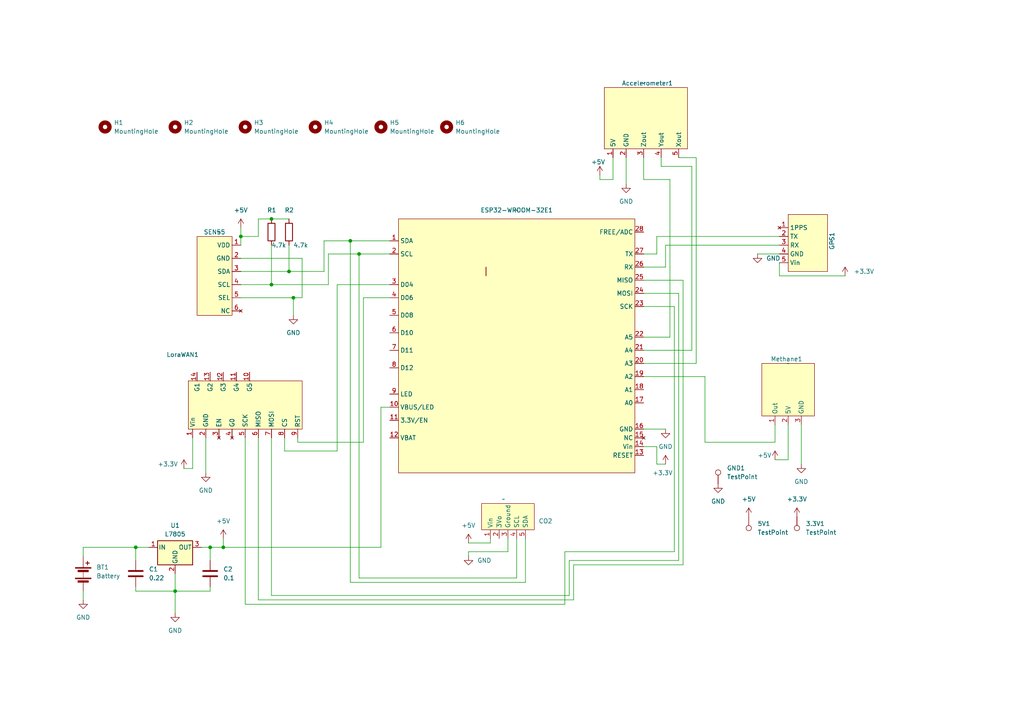
<source format=kicad_sch>
(kicad_sch (version 20230121) (generator eeschema)

  (uuid 7aefded4-b51d-417d-a9e8-a87f1079445b)

  (paper "A4")

  (lib_symbols
    (symbol "Connector:TestPoint" (pin_numbers hide) (pin_names (offset 0.762) hide) (in_bom yes) (on_board yes)
      (property "Reference" "TP" (at 0 6.858 0)
        (effects (font (size 1.27 1.27)))
      )
      (property "Value" "TestPoint" (at 0 5.08 0)
        (effects (font (size 1.27 1.27)))
      )
      (property "Footprint" "" (at 5.08 0 0)
        (effects (font (size 1.27 1.27)) hide)
      )
      (property "Datasheet" "~" (at 5.08 0 0)
        (effects (font (size 1.27 1.27)) hide)
      )
      (property "ki_keywords" "test point tp" (at 0 0 0)
        (effects (font (size 1.27 1.27)) hide)
      )
      (property "ki_description" "test point" (at 0 0 0)
        (effects (font (size 1.27 1.27)) hide)
      )
      (property "ki_fp_filters" "Pin* Test*" (at 0 0 0)
        (effects (font (size 1.27 1.27)) hide)
      )
      (symbol "TestPoint_0_1"
        (circle (center 0 3.302) (radius 0.762)
          (stroke (width 0) (type default))
          (fill (type none))
        )
      )
      (symbol "TestPoint_1_1"
        (pin passive line (at 0 0 90) (length 2.54)
          (name "1" (effects (font (size 1.27 1.27))))
          (number "1" (effects (font (size 1.27 1.27))))
        )
      )
    )
    (symbol "Device:Battery" (pin_numbers hide) (pin_names (offset 0) hide) (in_bom yes) (on_board yes)
      (property "Reference" "BT" (at 2.54 2.54 0)
        (effects (font (size 1.27 1.27)) (justify left))
      )
      (property "Value" "Battery" (at 2.54 0 0)
        (effects (font (size 1.27 1.27)) (justify left))
      )
      (property "Footprint" "" (at 0 1.524 90)
        (effects (font (size 1.27 1.27)) hide)
      )
      (property "Datasheet" "~" (at 0 1.524 90)
        (effects (font (size 1.27 1.27)) hide)
      )
      (property "ki_keywords" "batt voltage-source cell" (at 0 0 0)
        (effects (font (size 1.27 1.27)) hide)
      )
      (property "ki_description" "Multiple-cell battery" (at 0 0 0)
        (effects (font (size 1.27 1.27)) hide)
      )
      (symbol "Battery_0_1"
        (rectangle (start -2.286 -1.27) (end 2.286 -1.524)
          (stroke (width 0) (type default))
          (fill (type outline))
        )
        (rectangle (start -2.286 1.778) (end 2.286 1.524)
          (stroke (width 0) (type default))
          (fill (type outline))
        )
        (rectangle (start -1.524 -2.032) (end 1.524 -2.54)
          (stroke (width 0) (type default))
          (fill (type outline))
        )
        (rectangle (start -1.524 1.016) (end 1.524 0.508)
          (stroke (width 0) (type default))
          (fill (type outline))
        )
        (polyline
          (pts
            (xy 0 -1.016)
            (xy 0 -0.762)
          )
          (stroke (width 0) (type default))
          (fill (type none))
        )
        (polyline
          (pts
            (xy 0 -0.508)
            (xy 0 -0.254)
          )
          (stroke (width 0) (type default))
          (fill (type none))
        )
        (polyline
          (pts
            (xy 0 0)
            (xy 0 0.254)
          )
          (stroke (width 0) (type default))
          (fill (type none))
        )
        (polyline
          (pts
            (xy 0 1.778)
            (xy 0 2.54)
          )
          (stroke (width 0) (type default))
          (fill (type none))
        )
        (polyline
          (pts
            (xy 0.762 3.048)
            (xy 1.778 3.048)
          )
          (stroke (width 0.254) (type default))
          (fill (type none))
        )
        (polyline
          (pts
            (xy 1.27 3.556)
            (xy 1.27 2.54)
          )
          (stroke (width 0.254) (type default))
          (fill (type none))
        )
      )
      (symbol "Battery_1_1"
        (pin passive line (at 0 5.08 270) (length 2.54)
          (name "+" (effects (font (size 1.27 1.27))))
          (number "1" (effects (font (size 1.27 1.27))))
        )
        (pin passive line (at 0 -5.08 90) (length 2.54)
          (name "-" (effects (font (size 1.27 1.27))))
          (number "2" (effects (font (size 1.27 1.27))))
        )
      )
    )
    (symbol "Device:C" (pin_numbers hide) (pin_names (offset 0.254)) (in_bom yes) (on_board yes)
      (property "Reference" "C" (at 0.635 2.54 0)
        (effects (font (size 1.27 1.27)) (justify left))
      )
      (property "Value" "C" (at 0.635 -2.54 0)
        (effects (font (size 1.27 1.27)) (justify left))
      )
      (property "Footprint" "" (at 0.9652 -3.81 0)
        (effects (font (size 1.27 1.27)) hide)
      )
      (property "Datasheet" "~" (at 0 0 0)
        (effects (font (size 1.27 1.27)) hide)
      )
      (property "ki_keywords" "cap capacitor" (at 0 0 0)
        (effects (font (size 1.27 1.27)) hide)
      )
      (property "ki_description" "Unpolarized capacitor" (at 0 0 0)
        (effects (font (size 1.27 1.27)) hide)
      )
      (property "ki_fp_filters" "C_*" (at 0 0 0)
        (effects (font (size 1.27 1.27)) hide)
      )
      (symbol "C_0_1"
        (polyline
          (pts
            (xy -2.032 -0.762)
            (xy 2.032 -0.762)
          )
          (stroke (width 0.508) (type default))
          (fill (type none))
        )
        (polyline
          (pts
            (xy -2.032 0.762)
            (xy 2.032 0.762)
          )
          (stroke (width 0.508) (type default))
          (fill (type none))
        )
      )
      (symbol "C_1_1"
        (pin passive line (at 0 3.81 270) (length 2.794)
          (name "~" (effects (font (size 1.27 1.27))))
          (number "1" (effects (font (size 1.27 1.27))))
        )
        (pin passive line (at 0 -3.81 90) (length 2.794)
          (name "~" (effects (font (size 1.27 1.27))))
          (number "2" (effects (font (size 1.27 1.27))))
        )
      )
    )
    (symbol "Device:R" (pin_numbers hide) (pin_names (offset 0)) (in_bom yes) (on_board yes)
      (property "Reference" "R" (at 2.032 0 90)
        (effects (font (size 1.27 1.27)))
      )
      (property "Value" "R" (at 0 0 90)
        (effects (font (size 1.27 1.27)))
      )
      (property "Footprint" "" (at -1.778 0 90)
        (effects (font (size 1.27 1.27)) hide)
      )
      (property "Datasheet" "~" (at 0 0 0)
        (effects (font (size 1.27 1.27)) hide)
      )
      (property "ki_keywords" "R res resistor" (at 0 0 0)
        (effects (font (size 1.27 1.27)) hide)
      )
      (property "ki_description" "Resistor" (at 0 0 0)
        (effects (font (size 1.27 1.27)) hide)
      )
      (property "ki_fp_filters" "R_*" (at 0 0 0)
        (effects (font (size 1.27 1.27)) hide)
      )
      (symbol "R_0_1"
        (rectangle (start -1.016 -2.54) (end 1.016 2.54)
          (stroke (width 0.254) (type default))
          (fill (type none))
        )
      )
      (symbol "R_1_1"
        (pin passive line (at 0 3.81 270) (length 1.27)
          (name "~" (effects (font (size 1.27 1.27))))
          (number "1" (effects (font (size 1.27 1.27))))
        )
        (pin passive line (at 0 -3.81 90) (length 1.27)
          (name "~" (effects (font (size 1.27 1.27))))
          (number "2" (effects (font (size 1.27 1.27))))
        )
      )
    )
    (symbol "Mechanical:MountingHole" (pin_names (offset 1.016)) (in_bom yes) (on_board yes)
      (property "Reference" "H" (at 0 5.08 0)
        (effects (font (size 1.27 1.27)))
      )
      (property "Value" "MountingHole" (at 0 3.175 0)
        (effects (font (size 1.27 1.27)))
      )
      (property "Footprint" "" (at 0 0 0)
        (effects (font (size 1.27 1.27)) hide)
      )
      (property "Datasheet" "~" (at 0 0 0)
        (effects (font (size 1.27 1.27)) hide)
      )
      (property "ki_keywords" "mounting hole" (at 0 0 0)
        (effects (font (size 1.27 1.27)) hide)
      )
      (property "ki_description" "Mounting Hole without connection" (at 0 0 0)
        (effects (font (size 1.27 1.27)) hide)
      )
      (property "ki_fp_filters" "MountingHole*" (at 0 0 0)
        (effects (font (size 1.27 1.27)) hide)
      )
      (symbol "MountingHole_0_1"
        (circle (center 0 0) (radius 1.27)
          (stroke (width 1.27) (type default))
          (fill (type none))
        )
      )
    )
    (symbol "Methane:Methane_sensor" (in_bom yes) (on_board yes)
      (property "Reference" "Methane1" (at -5.08 1.27 0)
        (effects (font (size 1.27 1.27)) (justify left))
      )
      (property "Value" "~" (at 0 0 0)
        (effects (font (size 1.27 1.27)))
      )
      (property "Footprint" "my-sensors:Methane" (at 0 0 0)
        (effects (font (size 1.27 1.27)) hide)
      )
      (property "Datasheet" "https://image.dfrobot.com/image/data/SEN0129/MQ-4.pdf" (at 0 0 0)
        (effects (font (size 1.27 1.27)) hide)
      )
      (symbol "Methane_sensor_1_1"
        (rectangle (start -7.62 0) (end 7.62 -15.24)
          (stroke (width 0) (type default))
          (fill (type background))
        )
        (pin bidirectional line (at -3.81 -17.78 90) (length 2.54)
          (name "Out" (effects (font (size 1.27 1.27))))
          (number "1" (effects (font (size 1.27 1.27))))
        )
        (pin power_in line (at 0 -17.78 90) (length 2.54)
          (name "5V" (effects (font (size 1.27 1.27))))
          (number "2" (effects (font (size 1.27 1.27))))
        )
        (pin power_in line (at 3.81 -17.78 90) (length 2.54)
          (name "GND" (effects (font (size 1.27 1.27))))
          (number "3" (effects (font (size 1.27 1.27))))
        )
      )
    )
    (symbol "Regulator_Linear:L7805" (pin_names (offset 0.254)) (in_bom yes) (on_board yes)
      (property "Reference" "U" (at -3.81 3.175 0)
        (effects (font (size 1.27 1.27)))
      )
      (property "Value" "L7805" (at 0 3.175 0)
        (effects (font (size 1.27 1.27)) (justify left))
      )
      (property "Footprint" "" (at 0.635 -3.81 0)
        (effects (font (size 1.27 1.27) italic) (justify left) hide)
      )
      (property "Datasheet" "http://www.st.com/content/ccc/resource/technical/document/datasheet/41/4f/b3/b0/12/d4/47/88/CD00000444.pdf/files/CD00000444.pdf/jcr:content/translations/en.CD00000444.pdf" (at 0 -1.27 0)
        (effects (font (size 1.27 1.27)) hide)
      )
      (property "ki_keywords" "Voltage Regulator 1.5A Positive" (at 0 0 0)
        (effects (font (size 1.27 1.27)) hide)
      )
      (property "ki_description" "Positive 1.5A 35V Linear Regulator, Fixed Output 5V, TO-220/TO-263/TO-252" (at 0 0 0)
        (effects (font (size 1.27 1.27)) hide)
      )
      (property "ki_fp_filters" "TO?252* TO?263* TO?220*" (at 0 0 0)
        (effects (font (size 1.27 1.27)) hide)
      )
      (symbol "L7805_0_1"
        (rectangle (start -5.08 1.905) (end 5.08 -5.08)
          (stroke (width 0.254) (type default))
          (fill (type background))
        )
      )
      (symbol "L7805_1_1"
        (pin power_in line (at -7.62 0 0) (length 2.54)
          (name "IN" (effects (font (size 1.27 1.27))))
          (number "1" (effects (font (size 1.27 1.27))))
        )
        (pin power_in line (at 0 -7.62 90) (length 2.54)
          (name "GND" (effects (font (size 1.27 1.27))))
          (number "2" (effects (font (size 1.27 1.27))))
        )
        (pin power_out line (at 7.62 0 180) (length 2.54)
          (name "OUT" (effects (font (size 1.27 1.27))))
          (number "3" (effects (font (size 1.27 1.27))))
        )
      )
    )
    (symbol "Sensors:Accelerometer" (in_bom yes) (on_board yes)
      (property "Reference" "Accelerometer1" (at -6.35 0 0)
        (effects (font (size 1.27 1.27)) (justify left))
      )
      (property "Value" "~" (at 0 0 0)
        (effects (font (size 1.27 1.27)))
      )
      (property "Footprint" "Sensors:Accelerometer" (at 0 0 0)
        (effects (font (size 1.27 1.27)) hide)
      )
      (property "Datasheet" "" (at 0 0 0)
        (effects (font (size 1.27 1.27)) hide)
      )
      (symbol "Accelerometer_1_1"
        (rectangle (start -11.43 -1.27) (end 12.7 -19.05)
          (stroke (width 0) (type default))
          (fill (type background))
        )
        (pin power_in line (at -8.89 -21.59 90) (length 2.54)
          (name "5V" (effects (font (size 1.27 1.27))))
          (number "1" (effects (font (size 1.27 1.27))))
        )
        (pin power_in line (at -5.08 -21.59 90) (length 2.54)
          (name "GND" (effects (font (size 1.27 1.27))))
          (number "2" (effects (font (size 1.27 1.27))))
        )
        (pin output line (at 0 -21.59 90) (length 2.54)
          (name "Zout" (effects (font (size 1.27 1.27))))
          (number "3" (effects (font (size 1.27 1.27))))
        )
        (pin output line (at 5.08 -21.59 90) (length 2.54)
          (name "Yout" (effects (font (size 1.27 1.27))))
          (number "4" (effects (font (size 1.27 1.27))))
        )
        (pin output line (at 10.16 -21.59 90) (length 2.54)
          (name "Xout" (effects (font (size 1.27 1.27))))
          (number "5" (effects (font (size 1.27 1.27))))
        )
      )
    )
    (symbol "Sensors:CO2_v2" (in_bom yes) (on_board yes)
      (property "Reference" "CO2" (at 10.16 -6.35 0)
        (effects (font (size 1.27 1.27)) (justify left))
      )
      (property "Value" "~" (at 0 0 0)
        (effects (font (size 1.27 1.27)))
      )
      (property "Footprint" "" (at 0 0 0)
        (effects (font (size 1.27 1.27)) hide)
      )
      (property "Datasheet" "" (at 0 0 0)
        (effects (font (size 1.27 1.27)) hide)
      )
      (symbol "CO2_v2_1_1"
        (rectangle (start -6.35 -1.27) (end 8.89 -8.89)
          (stroke (width 0) (type default))
          (fill (type background))
        )
        (pin power_in line (at -3.81 -11.43 90) (length 2.54)
          (name "Vin" (effects (font (size 1.27 1.27))))
          (number "1" (effects (font (size 1.27 1.27))))
        )
        (pin power_out line (at -1.27 -11.43 90) (length 2.54)
          (name "3Vo" (effects (font (size 1.27 1.27))))
          (number "2" (effects (font (size 1.27 1.27))))
        )
        (pin input line (at 1.27 -11.43 90) (length 2.54)
          (name "Ground" (effects (font (size 1.27 1.27))))
          (number "3" (effects (font (size 1.27 1.27))))
        )
        (pin bidirectional line (at 3.81 -11.43 90) (length 2.54)
          (name "SCL" (effects (font (size 1.27 1.27))))
          (number "4" (effects (font (size 1.27 1.27))))
        )
        (pin bidirectional line (at 6.35 -11.43 90) (length 2.54)
          (name "SDA" (effects (font (size 1.27 1.27))))
          (number "5" (effects (font (size 1.27 1.27))))
        )
      )
    )
    (symbol "Sensors:ESP32" (in_bom yes) (on_board yes)
      (property "Reference" "ESP32-WROOM-32E1" (at 0 0 0)
        (effects (font (size 1.27 1.27)))
      )
      (property "Value" "~" (at 0 0 0)
        (effects (font (size 1.27 1.27)))
      )
      (property "Footprint" "my-sensors:ESP32" (at 0 0 0)
        (effects (font (size 1.27 1.27)) hide)
      )
      (property "Datasheet" "https://cdn.sparkfun.com/assets/4/3/1/7/6/esp32-wroom-32e_esp32-wroom-32ue_datasheet_en_v1-6.pdf?_gl=1*16ze11g*_ga*MTYyMjc1MTQzMC4xNzA2NDYwMTkx*_ga_T369JS7J9N*MTcwODg5MTMzNS45LjAuMTcwODg5MTMzNS42MC4wLjA." (at 0 0 0)
        (effects (font (size 1.27 1.27)) hide)
      )
      (symbol "ESP32_1_1"
        (rectangle (start -34.29 -2.54) (end 34.29 -76.2)
          (stroke (width 0) (type default))
          (fill (type background))
        )
        (pin bidirectional line (at -36.83 -8.89 0) (length 2.54)
          (name "SDA" (effects (font (size 1.27 1.27))))
          (number "1" (effects (font (size 1.27 1.27))))
        )
        (pin power_in line (at -36.83 -57.15 0) (length 2.54)
          (name "VBUS/LED" (effects (font (size 1.27 1.27))))
          (number "10" (effects (font (size 1.27 1.27))))
        )
        (pin power_in line (at -36.83 -60.96 0) (length 2.54)
          (name "3.3V/EN" (effects (font (size 1.27 1.27))))
          (number "11" (effects (font (size 1.27 1.27))))
        )
        (pin power_in line (at -36.83 -66.04 0) (length 2.54)
          (name "VBAT" (effects (font (size 1.27 1.27))))
          (number "12" (effects (font (size 1.27 1.27))))
        )
        (pin unspecified line (at 36.83 -71.12 180) (length 2.54)
          (name "RESET" (effects (font (size 1.27 1.27))))
          (number "13" (effects (font (size 1.27 1.27))))
        )
        (pin input line (at 36.83 -68.58 180) (length 2.54)
          (name "Vin" (effects (font (size 1.27 1.27))))
          (number "14" (effects (font (size 1.27 1.27))))
        )
        (pin no_connect line (at 36.83 -66.04 180) (length 2.54)
          (name "NC" (effects (font (size 1.27 1.27))))
          (number "15" (effects (font (size 1.27 1.27))))
        )
        (pin input line (at 36.83 -63.5 180) (length 2.54)
          (name "GND" (effects (font (size 1.27 1.27))))
          (number "16" (effects (font (size 1.27 1.27))))
        )
        (pin bidirectional line (at 36.83 -55.88 180) (length 2.54)
          (name "A0" (effects (font (size 1.27 1.27))))
          (number "17" (effects (font (size 1.27 1.27))))
        )
        (pin bidirectional line (at 36.83 -52.07 180) (length 2.54)
          (name "A1" (effects (font (size 1.27 1.27))))
          (number "18" (effects (font (size 1.27 1.27))))
        )
        (pin bidirectional line (at 36.83 -48.26 180) (length 2.54)
          (name "A2" (effects (font (size 1.27 1.27))))
          (number "19" (effects (font (size 1.27 1.27))))
        )
        (pin bidirectional line (at -36.83 -12.7 0) (length 2.54)
          (name "SCL" (effects (font (size 1.27 1.27))))
          (number "2" (effects (font (size 1.27 1.27))))
        )
        (pin bidirectional line (at 36.83 -44.45 180) (length 2.54)
          (name "A3" (effects (font (size 1.27 1.27))))
          (number "20" (effects (font (size 1.27 1.27))))
        )
        (pin bidirectional line (at 36.83 -40.64 180) (length 2.54)
          (name "A4" (effects (font (size 1.27 1.27))))
          (number "21" (effects (font (size 1.27 1.27))))
        )
        (pin bidirectional line (at 36.83 -36.83 180) (length 2.54)
          (name "A5" (effects (font (size 1.27 1.27))))
          (number "22" (effects (font (size 1.27 1.27))))
        )
        (pin bidirectional line (at 36.83 -27.94 180) (length 2.54)
          (name "SCK" (effects (font (size 1.27 1.27))))
          (number "23" (effects (font (size 1.27 1.27))))
        )
        (pin bidirectional line (at 36.83 -24.13 180) (length 2.54)
          (name "MOSI" (effects (font (size 1.27 1.27))))
          (number "24" (effects (font (size 1.27 1.27))))
        )
        (pin bidirectional line (at 36.83 -20.32 180) (length 2.54)
          (name "MISO" (effects (font (size 1.27 1.27))))
          (number "25" (effects (font (size 1.27 1.27))))
        )
        (pin input line (at 36.83 -16.51 180) (length 2.54)
          (name "RX" (effects (font (size 1.27 1.27))))
          (number "26" (effects (font (size 1.27 1.27))))
        )
        (pin output line (at 36.83 -12.7 180) (length 2.54)
          (name "TX" (effects (font (size 1.27 1.27))))
          (number "27" (effects (font (size 1.27 1.27))))
        )
        (pin input line (at 36.83 -6.35 180) (length 2.54)
          (name "FREE/ADC" (effects (font (size 1.27 1.27))))
          (number "28" (effects (font (size 1.27 1.27))))
        )
        (pin input line (at -36.83 -21.59 0) (length 2.54)
          (name "D04" (effects (font (size 1.27 1.27))))
          (number "3" (effects (font (size 1.27 1.27))))
        )
        (pin input line (at -36.83 -25.4 0) (length 2.54)
          (name "D06" (effects (font (size 1.27 1.27))))
          (number "4" (effects (font (size 1.27 1.27))))
        )
        (pin input line (at -36.83 -30.48 0) (length 2.54)
          (name "D08" (effects (font (size 1.27 1.27))))
          (number "5" (effects (font (size 1.27 1.27))))
        )
        (pin input line (at -36.83 -35.56 0) (length 2.54)
          (name "D10" (effects (font (size 1.27 1.27))))
          (number "6" (effects (font (size 1.27 1.27))))
        )
        (pin input line (at -36.83 -40.64 0) (length 2.54)
          (name "D11" (effects (font (size 1.27 1.27))))
          (number "7" (effects (font (size 1.27 1.27))))
        )
        (pin input line (at -36.83 -45.72 0) (length 2.54)
          (name "D12" (effects (font (size 1.27 1.27))))
          (number "8" (effects (font (size 1.27 1.27))))
        )
        (pin bidirectional line (at -36.83 -53.34 0) (length 2.54)
          (name "LED" (effects (font (size 1.27 1.27))))
          (number "9" (effects (font (size 1.27 1.27))))
        )
      )
    )
    (symbol "Sensors:GPS" (in_bom yes) (on_board yes)
      (property "Reference" "GPS1" (at -2.54 0 0)
        (effects (font (size 1.27 1.27)) (justify left))
      )
      (property "Value" "~" (at 0 0 0)
        (effects (font (size 1.27 1.27)))
      )
      (property "Footprint" "my-sensors:GPS" (at 0 0 0)
        (effects (font (size 1.27 1.27)) hide)
      )
      (property "Datasheet" "" (at 0 0 0)
        (effects (font (size 1.27 1.27)) hide)
      )
      (symbol "GPS_1_1"
        (rectangle (start -7.62 -1.27) (end 8.89 -12.7)
          (stroke (width 0) (type default))
          (fill (type background))
        )
        (pin no_connect line (at -3.81 -15.24 90) (length 2.54)
          (name "1PPS" (effects (font (size 1.27 1.27))))
          (number "1" (effects (font (size 1.27 1.27))))
        )
        (pin output line (at -1.27 -15.24 90) (length 2.54)
          (name "TX" (effects (font (size 1.27 1.27))))
          (number "2" (effects (font (size 1.27 1.27))))
        )
        (pin input line (at 1.27 -15.24 90) (length 2.54)
          (name "RX" (effects (font (size 1.27 1.27))))
          (number "3" (effects (font (size 1.27 1.27))))
        )
        (pin input line (at 3.81 -15.24 90) (length 2.54)
          (name "GND" (effects (font (size 1.27 1.27))))
          (number "4" (effects (font (size 1.27 1.27))))
        )
        (pin power_in line (at 6.35 -15.24 90) (length 2.54)
          (name "Vin" (effects (font (size 1.27 1.27))))
          (number "5" (effects (font (size 1.27 1.27))))
        )
      )
    )
    (symbol "Sensors:LoraWAN" (in_bom yes) (on_board yes)
      (property "Reference" "LoraWAN1" (at -15.24 6.35 0)
        (effects (font (size 1.27 1.27)) (justify left))
      )
      (property "Value" "~" (at 0 0 0)
        (effects (font (size 1.27 1.27)))
      )
      (property "Footprint" "my-sensors:LoraWAN" (at -5.08 8.89 0)
        (effects (font (size 1.27 1.27)) hide)
      )
      (property "Datasheet" "https://cdn-learn.adafruit.com/downloads/pdf/adafruit-rfm69hcw-and-rfm96-rfm95-rfm98-lora-packet-padio-breakouts.pdf" (at 1.27 11.43 0)
        (effects (font (size 1.27 1.27)) hide)
      )
      (symbol "LoraWAN_1_1"
        (rectangle (start -8.89 -1.27) (end 24.13 -15.24)
          (stroke (width 0) (type default))
          (fill (type background))
        )
        (pin input line (at 77.47 31.75 270) (length 2.54)
          (name "" (effects (font (size 1.27 1.27))))
          (number "" (effects (font (size 1.27 1.27))))
        )
        (pin power_in line (at -7.62 -17.78 90) (length 2.54)
          (name "Vin" (effects (font (size 1.27 1.27))))
          (number "1" (effects (font (size 1.27 1.27))))
        )
        (pin input line (at 8.89 1.27 270) (length 2.54)
          (name "G5" (effects (font (size 1.27 1.27))))
          (number "10" (effects (font (size 1.27 1.27))))
        )
        (pin input line (at 5.08 1.27 270) (length 2.54)
          (name "G4" (effects (font (size 1.27 1.27))))
          (number "11" (effects (font (size 1.27 1.27))))
        )
        (pin input line (at 1.27 1.27 270) (length 2.54)
          (name "G3" (effects (font (size 1.27 1.27))))
          (number "12" (effects (font (size 1.27 1.27))))
        )
        (pin input line (at -2.54 1.27 270) (length 2.54)
          (name "G2" (effects (font (size 1.27 1.27))))
          (number "13" (effects (font (size 1.27 1.27))))
        )
        (pin input line (at -6.35 1.27 270) (length 2.54)
          (name "G1" (effects (font (size 1.27 1.27))))
          (number "14" (effects (font (size 1.27 1.27))))
        )
        (pin input line (at -3.81 -17.78 90) (length 2.54)
          (name "GND" (effects (font (size 1.27 1.27))))
          (number "2" (effects (font (size 1.27 1.27))))
        )
        (pin no_connect line (at 0 -17.78 90) (length 2.54)
          (name "EN" (effects (font (size 1.27 1.27))))
          (number "3" (effects (font (size 1.27 1.27))))
        )
        (pin no_connect line (at 3.81 -17.78 90) (length 2.54)
          (name "G0" (effects (font (size 1.27 1.27))))
          (number "4" (effects (font (size 1.27 1.27))))
        )
        (pin input line (at 7.62 -17.78 90) (length 2.54)
          (name "SCK" (effects (font (size 1.27 1.27))))
          (number "5" (effects (font (size 1.27 1.27))))
        )
        (pin input line (at 11.43 -17.78 90) (length 2.54)
          (name "MISO" (effects (font (size 1.27 1.27))))
          (number "6" (effects (font (size 1.27 1.27))))
        )
        (pin input line (at 15.24 -17.78 90) (length 2.54)
          (name "MOSI" (effects (font (size 1.27 1.27))))
          (number "7" (effects (font (size 1.27 1.27))))
        )
        (pin input line (at 19.05 -17.78 90) (length 2.54)
          (name "CS" (effects (font (size 1.27 1.27))))
          (number "8" (effects (font (size 1.27 1.27))))
        )
        (pin input line (at 22.86 -17.78 90) (length 2.54)
          (name "RST" (effects (font (size 1.27 1.27))))
          (number "9" (effects (font (size 1.27 1.27))))
        )
      )
    )
    (symbol "Sensors:SEN55" (in_bom yes) (on_board yes)
      (property "Reference" "SEN55" (at 1.27 0 0)
        (effects (font (size 1.27 1.27)))
      )
      (property "Value" "~" (at 0 0 0)
        (effects (font (size 1.27 1.27)))
      )
      (property "Footprint" "" (at 0 0 0)
        (effects (font (size 1.27 1.27)) hide)
      )
      (property "Datasheet" "" (at 0 0 0)
        (effects (font (size 1.27 1.27)) hide)
      )
      (symbol "SEN55_1_1"
        (rectangle (start -3.81 -1.27) (end 6.35 -24.13)
          (stroke (width 0) (type default))
          (fill (type background))
        )
        (pin power_in line (at -6.35 -3.81 0) (length 2.54)
          (name "VDD" (effects (font (size 1.27 1.27))))
          (number "1" (effects (font (size 1.27 1.27))))
        )
        (pin input line (at -6.35 -7.62 0) (length 2.54)
          (name "GND" (effects (font (size 1.27 1.27))))
          (number "2" (effects (font (size 1.27 1.27))))
        )
        (pin input line (at -6.35 -11.43 0) (length 2.54)
          (name "SDA" (effects (font (size 1.27 1.27))))
          (number "3" (effects (font (size 1.27 1.27))))
        )
        (pin input line (at -6.35 -15.24 0) (length 2.54)
          (name "SCL" (effects (font (size 1.27 1.27))))
          (number "4" (effects (font (size 1.27 1.27))))
        )
        (pin input line (at -6.35 -19.05 0) (length 2.54)
          (name "SEL" (effects (font (size 1.27 1.27))))
          (number "5" (effects (font (size 1.27 1.27))))
        )
        (pin no_connect line (at -6.35 -22.86 0) (length 2.54)
          (name "NC" (effects (font (size 1.27 1.27))))
          (number "6" (effects (font (size 1.27 1.27))))
        )
      )
    )
    (symbol "power:+3.3V" (power) (pin_names (offset 0)) (in_bom yes) (on_board yes)
      (property "Reference" "#PWR" (at 0 -3.81 0)
        (effects (font (size 1.27 1.27)) hide)
      )
      (property "Value" "+3.3V" (at 0 3.556 0)
        (effects (font (size 1.27 1.27)))
      )
      (property "Footprint" "" (at 0 0 0)
        (effects (font (size 1.27 1.27)) hide)
      )
      (property "Datasheet" "" (at 0 0 0)
        (effects (font (size 1.27 1.27)) hide)
      )
      (property "ki_keywords" "global power" (at 0 0 0)
        (effects (font (size 1.27 1.27)) hide)
      )
      (property "ki_description" "Power symbol creates a global label with name \"+3.3V\"" (at 0 0 0)
        (effects (font (size 1.27 1.27)) hide)
      )
      (symbol "+3.3V_0_1"
        (polyline
          (pts
            (xy -0.762 1.27)
            (xy 0 2.54)
          )
          (stroke (width 0) (type default))
          (fill (type none))
        )
        (polyline
          (pts
            (xy 0 0)
            (xy 0 2.54)
          )
          (stroke (width 0) (type default))
          (fill (type none))
        )
        (polyline
          (pts
            (xy 0 2.54)
            (xy 0.762 1.27)
          )
          (stroke (width 0) (type default))
          (fill (type none))
        )
      )
      (symbol "+3.3V_1_1"
        (pin power_in line (at 0 0 90) (length 0) hide
          (name "+3.3V" (effects (font (size 1.27 1.27))))
          (number "1" (effects (font (size 1.27 1.27))))
        )
      )
    )
    (symbol "power:+5V" (power) (pin_names (offset 0)) (in_bom yes) (on_board yes)
      (property "Reference" "#PWR" (at 0 -3.81 0)
        (effects (font (size 1.27 1.27)) hide)
      )
      (property "Value" "+5V" (at 0 3.556 0)
        (effects (font (size 1.27 1.27)))
      )
      (property "Footprint" "" (at 0 0 0)
        (effects (font (size 1.27 1.27)) hide)
      )
      (property "Datasheet" "" (at 0 0 0)
        (effects (font (size 1.27 1.27)) hide)
      )
      (property "ki_keywords" "global power" (at 0 0 0)
        (effects (font (size 1.27 1.27)) hide)
      )
      (property "ki_description" "Power symbol creates a global label with name \"+5V\"" (at 0 0 0)
        (effects (font (size 1.27 1.27)) hide)
      )
      (symbol "+5V_0_1"
        (polyline
          (pts
            (xy -0.762 1.27)
            (xy 0 2.54)
          )
          (stroke (width 0) (type default))
          (fill (type none))
        )
        (polyline
          (pts
            (xy 0 0)
            (xy 0 2.54)
          )
          (stroke (width 0) (type default))
          (fill (type none))
        )
        (polyline
          (pts
            (xy 0 2.54)
            (xy 0.762 1.27)
          )
          (stroke (width 0) (type default))
          (fill (type none))
        )
      )
      (symbol "+5V_1_1"
        (pin power_in line (at 0 0 90) (length 0) hide
          (name "+5V" (effects (font (size 1.27 1.27))))
          (number "1" (effects (font (size 1.27 1.27))))
        )
      )
    )
    (symbol "power:GND" (power) (pin_names (offset 0)) (in_bom yes) (on_board yes)
      (property "Reference" "#PWR" (at 0 -6.35 0)
        (effects (font (size 1.27 1.27)) hide)
      )
      (property "Value" "GND" (at 0 -3.81 0)
        (effects (font (size 1.27 1.27)))
      )
      (property "Footprint" "" (at 0 0 0)
        (effects (font (size 1.27 1.27)) hide)
      )
      (property "Datasheet" "" (at 0 0 0)
        (effects (font (size 1.27 1.27)) hide)
      )
      (property "ki_keywords" "global power" (at 0 0 0)
        (effects (font (size 1.27 1.27)) hide)
      )
      (property "ki_description" "Power symbol creates a global label with name \"GND\" , ground" (at 0 0 0)
        (effects (font (size 1.27 1.27)) hide)
      )
      (symbol "GND_0_1"
        (polyline
          (pts
            (xy 0 0)
            (xy 0 -1.27)
            (xy 1.27 -1.27)
            (xy 0 -2.54)
            (xy -1.27 -1.27)
            (xy 0 -1.27)
          )
          (stroke (width 0) (type default))
          (fill (type none))
        )
      )
      (symbol "GND_1_1"
        (pin power_in line (at 0 0 270) (length 0) hide
          (name "GND" (effects (font (size 1.27 1.27))))
          (number "1" (effects (font (size 1.27 1.27))))
        )
      )
    )
  )

  (junction (at 39.37 158.75) (diameter 0) (color 0 0 0 0)
    (uuid 03844d45-b7ac-467f-9c36-9ee189df352f)
  )
  (junction (at 101.6 69.85) (diameter 0) (color 0 0 0 0)
    (uuid 0b72fe3e-5a1c-474b-8c6f-34b0afaea697)
  )
  (junction (at 78.74 82.55) (diameter 0) (color 0 0 0 0)
    (uuid 1809997b-dd61-44ef-9a96-7c5dab96d11f)
  )
  (junction (at 104.14 73.66) (diameter 0) (color 0 0 0 0)
    (uuid 2f025602-946b-409d-970f-c8909ab87842)
  )
  (junction (at 83.82 78.74) (diameter 0) (color 0 0 0 0)
    (uuid 449cd7d5-e154-4e6b-a865-af98352e1c21)
  )
  (junction (at 50.8 171.45) (diameter 0) (color 0 0 0 0)
    (uuid 7ae52d7b-8cd1-4ea7-b50f-fdf31931d1ef)
  )
  (junction (at 85.09 86.36) (diameter 0) (color 0 0 0 0)
    (uuid ae700993-72e0-41f3-98e0-2f919af83f6c)
  )
  (junction (at 78.74 63.5) (diameter 0) (color 0 0 0 0)
    (uuid b375e527-b606-4327-9606-948a34e9001a)
  )
  (junction (at 64.77 158.75) (diameter 0) (color 0 0 0 0)
    (uuid c2f81fc1-83aa-41f4-bc4c-ba46078c3a8c)
  )
  (junction (at 69.85 68.58) (diameter 0) (color 0 0 0 0)
    (uuid dd4f414b-9377-43b1-ade1-d7dc53e28148)
  )
  (junction (at 60.96 158.75) (diameter 0) (color 0 0 0 0)
    (uuid f8edf388-f07a-407b-b9c5-387e0b30aced)
  )

  (wire (pts (xy 200.66 48.26) (xy 200.66 101.6))
    (stroke (width 0) (type default))
    (uuid 0289f401-d2ac-47a7-8ccd-da2cb3017166)
  )
  (wire (pts (xy 194.31 97.79) (xy 186.69 97.79))
    (stroke (width 0) (type default))
    (uuid 06dca34a-25c6-43ee-ac07-8a659e17a740)
  )
  (wire (pts (xy 165.1 172.72) (xy 78.74 172.72))
    (stroke (width 0) (type default))
    (uuid 089ed1bb-b7b9-42b5-a64f-d036d91fa034)
  )
  (wire (pts (xy 228.6 133.35) (xy 228.6 123.19))
    (stroke (width 0) (type default))
    (uuid 0969c591-2808-4ad6-9955-1d0fd63930cb)
  )
  (wire (pts (xy 186.69 129.54) (xy 190.5 129.54))
    (stroke (width 0) (type default))
    (uuid 0b67e8d5-7bbe-4b50-917d-a625081a3543)
  )
  (wire (pts (xy 69.85 68.58) (xy 69.85 71.12))
    (stroke (width 0) (type default))
    (uuid 0ba318b2-b5d2-49d3-84ed-1aaa37ac9fb3)
  )
  (wire (pts (xy 194.31 52.07) (xy 194.31 97.79))
    (stroke (width 0) (type default))
    (uuid 0f10e42a-cc47-4c51-9666-6e291b7c75df)
  )
  (wire (pts (xy 166.37 163.83) (xy 166.37 173.99))
    (stroke (width 0) (type default))
    (uuid 10d0268d-adb1-4b12-8d95-e22e45d53284)
  )
  (wire (pts (xy 87.63 86.36) (xy 85.09 86.36))
    (stroke (width 0) (type default))
    (uuid 1732ef4b-3ae3-47a6-b941-9eddae16b796)
  )
  (wire (pts (xy 186.69 81.28) (xy 198.12 81.28))
    (stroke (width 0) (type default))
    (uuid 18cde1ee-5d41-49b2-b014-26a166db1791)
  )
  (wire (pts (xy 24.13 158.75) (xy 24.13 161.29))
    (stroke (width 0) (type default))
    (uuid 18fafa90-3453-4f23-97c8-51e82e9df8f5)
  )
  (wire (pts (xy 142.24 157.48) (xy 142.24 156.21))
    (stroke (width 0) (type default))
    (uuid 239bde12-0a30-4407-93b9-d345f52d8d9d)
  )
  (wire (pts (xy 39.37 171.45) (xy 50.8 171.45))
    (stroke (width 0) (type default))
    (uuid 273a3b10-feaf-42a6-9f21-1619b48908e8)
  )
  (wire (pts (xy 204.47 128.27) (xy 204.47 109.22))
    (stroke (width 0) (type default))
    (uuid 2a2926c8-0208-4821-8090-8cd1a2f67515)
  )
  (wire (pts (xy 50.8 166.37) (xy 50.8 171.45))
    (stroke (width 0) (type default))
    (uuid 2d016ad5-7da7-40bb-88fe-0ae554d13fd0)
  )
  (wire (pts (xy 201.93 45.72) (xy 196.85 45.72))
    (stroke (width 0) (type default))
    (uuid 2dcc0ae3-8005-4945-8382-5447e5baaae3)
  )
  (wire (pts (xy 135.89 157.48) (xy 142.24 157.48))
    (stroke (width 0) (type default))
    (uuid 2e1d90c7-95ba-4259-a8c2-65686e4eb17f)
  )
  (wire (pts (xy 224.79 123.19) (xy 224.79 128.27))
    (stroke (width 0) (type default))
    (uuid 310dc0b1-fdb5-408b-9767-a0bcaa4c57ba)
  )
  (wire (pts (xy 82.55 130.81) (xy 82.55 127))
    (stroke (width 0) (type default))
    (uuid 329180bf-a909-4a68-a31e-7abaab741082)
  )
  (wire (pts (xy 86.36 127) (xy 86.36 128.27))
    (stroke (width 0) (type default))
    (uuid 345e6c45-9b10-4ad9-b3c8-70e1d383b747)
  )
  (wire (pts (xy 173.99 52.07) (xy 177.8 52.07))
    (stroke (width 0) (type default))
    (uuid 35a9fab5-045d-44a8-8787-649418cecafb)
  )
  (wire (pts (xy 71.12 175.26) (xy 71.12 127))
    (stroke (width 0) (type default))
    (uuid 370b9273-0902-450a-8472-f62e12aeae1d)
  )
  (wire (pts (xy 85.09 86.36) (xy 85.09 91.44))
    (stroke (width 0) (type default))
    (uuid 37e35430-3e54-43cd-b651-53173a1ac1c3)
  )
  (wire (pts (xy 186.69 124.46) (xy 193.04 124.46))
    (stroke (width 0) (type default))
    (uuid 3b8a2f4b-40c3-4d02-9a4a-f8c09a379de6)
  )
  (wire (pts (xy 83.82 71.12) (xy 83.82 78.74))
    (stroke (width 0) (type default))
    (uuid 3bccc0f2-e0b4-43ed-925b-7369f8c03083)
  )
  (wire (pts (xy 69.85 78.74) (xy 83.82 78.74))
    (stroke (width 0) (type default))
    (uuid 3e09efae-6ec2-4772-ba42-1d56c4c50461)
  )
  (wire (pts (xy 198.12 163.83) (xy 166.37 163.83))
    (stroke (width 0) (type default))
    (uuid 3ef79437-d1fb-4c4c-a0fd-c62ce48e2f66)
  )
  (wire (pts (xy 69.85 82.55) (xy 78.74 82.55))
    (stroke (width 0) (type default))
    (uuid 406edabe-d381-40d8-93f5-5db9399a6dec)
  )
  (wire (pts (xy 24.13 158.75) (xy 39.37 158.75))
    (stroke (width 0) (type default))
    (uuid 40843763-b761-4fef-b28d-a4c9303627f0)
  )
  (wire (pts (xy 105.41 86.36) (xy 105.41 128.27))
    (stroke (width 0) (type default))
    (uuid 44274941-bb3c-4b89-9835-f82f2c600e8b)
  )
  (wire (pts (xy 74.93 63.5) (xy 78.74 63.5))
    (stroke (width 0) (type default))
    (uuid 464f8335-8d2d-46e5-a0a2-7c191231c8e5)
  )
  (wire (pts (xy 190.5 129.54) (xy 190.5 134.62))
    (stroke (width 0) (type default))
    (uuid 492fb16d-b1bc-4aab-8d91-d660484aacfa)
  )
  (wire (pts (xy 39.37 158.75) (xy 39.37 162.56))
    (stroke (width 0) (type default))
    (uuid 49d78c4b-06c9-4589-8905-ba56d98c6721)
  )
  (wire (pts (xy 74.93 173.99) (xy 74.93 127))
    (stroke (width 0) (type default))
    (uuid 49f43178-6c83-41e4-86a0-e54880323e31)
  )
  (wire (pts (xy 191.77 45.72) (xy 191.77 48.26))
    (stroke (width 0) (type default))
    (uuid 518be879-3103-4342-937d-ac58b68a5441)
  )
  (wire (pts (xy 78.74 71.12) (xy 78.74 82.55))
    (stroke (width 0) (type default))
    (uuid 561a5689-97ce-4a80-ba09-836ac99c1690)
  )
  (wire (pts (xy 149.86 156.21) (xy 149.86 167.64))
    (stroke (width 0) (type default))
    (uuid 56cad991-c1c9-42c1-9b56-bffa95de6feb)
  )
  (wire (pts (xy 147.32 160.02) (xy 147.32 156.21))
    (stroke (width 0) (type default))
    (uuid 58150016-d84f-4104-bb16-bca89d4090f7)
  )
  (wire (pts (xy 95.25 73.66) (xy 104.14 73.66))
    (stroke (width 0) (type default))
    (uuid 590a7c14-4537-48e8-9ec3-663e33c4af21)
  )
  (wire (pts (xy 165.1 162.56) (xy 165.1 172.72))
    (stroke (width 0) (type default))
    (uuid 5a986044-1ae6-4597-968a-904f7a21c805)
  )
  (wire (pts (xy 50.8 171.45) (xy 60.96 171.45))
    (stroke (width 0) (type default))
    (uuid 5b6ff95c-19ea-41a9-b120-488ac5a85806)
  )
  (wire (pts (xy 193.04 71.12) (xy 193.04 77.47))
    (stroke (width 0) (type default))
    (uuid 5b7846af-7deb-409a-ac1f-7226bd3dc791)
  )
  (wire (pts (xy 113.03 118.11) (xy 110.49 118.11))
    (stroke (width 0) (type default))
    (uuid 5d08f2fb-e260-4b25-a6a3-901cbdb40c76)
  )
  (wire (pts (xy 83.82 78.74) (xy 93.98 78.74))
    (stroke (width 0) (type default))
    (uuid 5e11a683-8095-4aa7-a811-1cbb1edc1a68)
  )
  (wire (pts (xy 101.6 168.91) (xy 152.4 168.91))
    (stroke (width 0) (type default))
    (uuid 630370ec-81c8-45d3-b6c3-5eba7b293d23)
  )
  (wire (pts (xy 135.89 160.02) (xy 147.32 160.02))
    (stroke (width 0) (type default))
    (uuid 633addf9-370a-4c59-ae8d-0601dc5e9873)
  )
  (wire (pts (xy 113.03 82.55) (xy 97.79 82.55))
    (stroke (width 0) (type default))
    (uuid 6470ce43-9215-4c6c-a579-baba431177d8)
  )
  (wire (pts (xy 60.96 162.56) (xy 60.96 158.75))
    (stroke (width 0) (type default))
    (uuid 66885b41-d377-4dbd-9f5b-59e2e7c38ceb)
  )
  (wire (pts (xy 195.58 88.9) (xy 195.58 160.02))
    (stroke (width 0) (type default))
    (uuid 69563b1a-f384-4175-925c-4d39a2d7e6fc)
  )
  (wire (pts (xy 113.03 86.36) (xy 105.41 86.36))
    (stroke (width 0) (type default))
    (uuid 6a0197a2-1e05-4ba6-b334-7f6b72a78277)
  )
  (wire (pts (xy 166.37 173.99) (xy 74.93 173.99))
    (stroke (width 0) (type default))
    (uuid 6a950619-e676-4734-920a-de1765925dca)
  )
  (wire (pts (xy 64.77 156.21) (xy 64.77 158.75))
    (stroke (width 0) (type default))
    (uuid 6af869e8-f417-4ca5-8a69-5ea4be1bd201)
  )
  (wire (pts (xy 95.25 82.55) (xy 95.25 73.66))
    (stroke (width 0) (type default))
    (uuid 6c31fc87-6e86-4068-8987-c7e5f600486b)
  )
  (wire (pts (xy 69.85 66.04) (xy 69.85 68.58))
    (stroke (width 0) (type default))
    (uuid 6d867b16-8637-45e0-a7a2-b7753191a671)
  )
  (wire (pts (xy 60.96 171.45) (xy 60.96 170.18))
    (stroke (width 0) (type default))
    (uuid 70c4878c-99a7-416b-8ee7-3cd2e025ccaa)
  )
  (wire (pts (xy 78.74 172.72) (xy 78.74 127))
    (stroke (width 0) (type default))
    (uuid 744d0757-588f-4a2a-ae74-dad5de8c6801)
  )
  (wire (pts (xy 224.79 133.35) (xy 228.6 133.35))
    (stroke (width 0) (type default))
    (uuid 76ecb9bb-5be6-4a6a-9263-8878ce62deb0)
  )
  (wire (pts (xy 60.96 158.75) (xy 64.77 158.75))
    (stroke (width 0) (type default))
    (uuid 7754897b-6d41-421b-a2a0-bc672327756f)
  )
  (wire (pts (xy 69.85 86.36) (xy 85.09 86.36))
    (stroke (width 0) (type default))
    (uuid 79a9c367-1de5-4075-8759-6d3113399715)
  )
  (wire (pts (xy 181.61 45.72) (xy 181.61 53.34))
    (stroke (width 0) (type default))
    (uuid 79c8128c-a087-4aa6-895c-1da645361b20)
  )
  (wire (pts (xy 74.93 68.58) (xy 74.93 63.5))
    (stroke (width 0) (type default))
    (uuid 81578c4a-f772-4bce-a1fd-cf84aa685ca7)
  )
  (wire (pts (xy 50.8 171.45) (xy 50.8 177.8))
    (stroke (width 0) (type default))
    (uuid 833f7ae4-e0aa-4275-b18e-49808ba32e8a)
  )
  (wire (pts (xy 198.12 81.28) (xy 198.12 163.83))
    (stroke (width 0) (type default))
    (uuid 85487ce9-c8c2-411e-82e0-3f5869b438e5)
  )
  (wire (pts (xy 110.49 118.11) (xy 110.49 158.75))
    (stroke (width 0) (type default))
    (uuid 85ad07c7-6107-46f5-b58d-7bc2595bcab7)
  )
  (wire (pts (xy 104.14 167.64) (xy 149.86 167.64))
    (stroke (width 0) (type default))
    (uuid 8760ec44-7d11-46c7-8b77-05d7c27ff86b)
  )
  (wire (pts (xy 245.11 80.01) (xy 226.06 80.01))
    (stroke (width 0) (type default))
    (uuid 87af631b-69e3-4f0b-90d7-ba2691ddb180)
  )
  (wire (pts (xy 82.55 130.81) (xy 97.79 130.81))
    (stroke (width 0) (type default))
    (uuid 87b89536-249c-4821-a671-c2c0c3543bde)
  )
  (wire (pts (xy 101.6 69.85) (xy 113.03 69.85))
    (stroke (width 0) (type default))
    (uuid 889c0ff9-b021-4b29-85e4-a7badb80533e)
  )
  (wire (pts (xy 78.74 82.55) (xy 95.25 82.55))
    (stroke (width 0) (type default))
    (uuid 8955cfd8-8d50-4d82-9cc1-1e8c6228ecb3)
  )
  (wire (pts (xy 78.74 63.5) (xy 83.82 63.5))
    (stroke (width 0) (type default))
    (uuid 8bb3c5f4-703e-42e3-aa6a-f035b590afff)
  )
  (wire (pts (xy 219.71 73.66) (xy 226.06 73.66))
    (stroke (width 0) (type default))
    (uuid 8c3e45a2-df68-4d6d-ac2e-45a271a84a0d)
  )
  (wire (pts (xy 60.96 158.75) (xy 58.42 158.75))
    (stroke (width 0) (type default))
    (uuid 8d616971-d124-45e6-8953-44007fbb2333)
  )
  (wire (pts (xy 226.06 71.12) (xy 193.04 71.12))
    (stroke (width 0) (type default))
    (uuid 8d66349c-91f9-453d-a189-fd028f756380)
  )
  (wire (pts (xy 104.14 73.66) (xy 113.03 73.66))
    (stroke (width 0) (type default))
    (uuid 9180260b-a71d-4af9-aa91-f79e2bf10f7f)
  )
  (wire (pts (xy 69.85 68.58) (xy 74.93 68.58))
    (stroke (width 0) (type default))
    (uuid 945fc5a3-41fe-483c-a169-11b80d9687f1)
  )
  (wire (pts (xy 186.69 45.72) (xy 186.69 52.07))
    (stroke (width 0) (type default))
    (uuid 946426a8-6f10-444b-a648-6974b71ce42a)
  )
  (wire (pts (xy 190.5 73.66) (xy 190.5 68.58))
    (stroke (width 0) (type default))
    (uuid 984c1951-103c-44a8-935b-6cede22de5d5)
  )
  (wire (pts (xy 195.58 160.02) (xy 163.83 160.02))
    (stroke (width 0) (type default))
    (uuid 9a60b02f-569b-415d-94ad-8d9bc2d979ad)
  )
  (wire (pts (xy 201.93 105.41) (xy 186.69 105.41))
    (stroke (width 0) (type default))
    (uuid 9baa2b2e-379b-475f-900d-70f15f35ff00)
  )
  (wire (pts (xy 24.13 171.45) (xy 24.13 173.99))
    (stroke (width 0) (type default))
    (uuid 9c695abe-8dc1-4c8b-8674-50496587950d)
  )
  (wire (pts (xy 196.85 162.56) (xy 165.1 162.56))
    (stroke (width 0) (type default))
    (uuid 9e834758-9d15-4afe-bddb-26ecfb23a9e7)
  )
  (wire (pts (xy 186.69 88.9) (xy 195.58 88.9))
    (stroke (width 0) (type default))
    (uuid a240a7b1-ace2-4b3b-bd22-49d109605e8e)
  )
  (wire (pts (xy 226.06 80.01) (xy 226.06 76.2))
    (stroke (width 0) (type default))
    (uuid a288ee93-9dc3-4a9a-9ff1-e649f08184be)
  )
  (wire (pts (xy 104.14 73.66) (xy 104.14 167.64))
    (stroke (width 0) (type default))
    (uuid a551bf97-9f4c-4fcb-ba14-cfa95ec79fcf)
  )
  (wire (pts (xy 186.69 52.07) (xy 194.31 52.07))
    (stroke (width 0) (type default))
    (uuid aa26cb51-510c-4deb-8508-7a2693c89336)
  )
  (wire (pts (xy 59.69 127) (xy 59.69 137.16))
    (stroke (width 0) (type default))
    (uuid aaa646c9-4294-46c3-9ecf-b6f4f0604ce7)
  )
  (wire (pts (xy 97.79 82.55) (xy 97.79 130.81))
    (stroke (width 0) (type default))
    (uuid aafb54d6-e953-4a61-9a61-810a3acde84d)
  )
  (wire (pts (xy 87.63 74.93) (xy 87.63 86.36))
    (stroke (width 0) (type default))
    (uuid ac88b8c9-d7bc-4cef-b915-d9e6e6999e9a)
  )
  (wire (pts (xy 163.83 175.26) (xy 71.12 175.26))
    (stroke (width 0) (type default))
    (uuid b042c020-b6a2-4db3-99bb-2fcae82e1557)
  )
  (wire (pts (xy 232.41 123.19) (xy 232.41 134.62))
    (stroke (width 0) (type default))
    (uuid b1aba352-0736-4bb5-9d58-1fa654c111c1)
  )
  (wire (pts (xy 163.83 160.02) (xy 163.83 175.26))
    (stroke (width 0) (type default))
    (uuid b22ee39f-b70e-4745-959e-8b42d75830d2)
  )
  (wire (pts (xy 135.89 160.02) (xy 135.89 161.29))
    (stroke (width 0) (type default))
    (uuid b30ab084-fda9-4a3b-80f6-b780bf97e907)
  )
  (wire (pts (xy 69.85 74.93) (xy 87.63 74.93))
    (stroke (width 0) (type default))
    (uuid b6ddb58a-770b-407a-bb51-1abed5ac1922)
  )
  (wire (pts (xy 186.69 73.66) (xy 190.5 73.66))
    (stroke (width 0) (type default))
    (uuid b9036e94-5a18-433d-b50c-a83d3817ef66)
  )
  (wire (pts (xy 191.77 48.26) (xy 200.66 48.26))
    (stroke (width 0) (type default))
    (uuid bad57db1-57e9-40d2-b396-e815eda74e3f)
  )
  (wire (pts (xy 39.37 170.18) (xy 39.37 171.45))
    (stroke (width 0) (type default))
    (uuid bb9dfecc-92d4-4af0-b508-9790a2412f6f)
  )
  (wire (pts (xy 93.98 69.85) (xy 101.6 69.85))
    (stroke (width 0) (type default))
    (uuid bf07c072-d685-4a84-a0b7-baed6fa2928a)
  )
  (wire (pts (xy 186.69 85.09) (xy 196.85 85.09))
    (stroke (width 0) (type default))
    (uuid bf97d45a-e673-40ff-935d-99ca18607f14)
  )
  (wire (pts (xy 190.5 134.62) (xy 193.04 134.62))
    (stroke (width 0) (type default))
    (uuid c09faca0-6547-451a-8b42-9297fcfacde9)
  )
  (wire (pts (xy 190.5 68.58) (xy 226.06 68.58))
    (stroke (width 0) (type default))
    (uuid c9be937d-a96a-4ce3-974c-4c49f4592316)
  )
  (wire (pts (xy 101.6 69.85) (xy 101.6 168.91))
    (stroke (width 0) (type default))
    (uuid cbfe79a8-f9c4-453d-996d-806a2cef9acb)
  )
  (wire (pts (xy 55.88 135.89) (xy 55.88 127))
    (stroke (width 0) (type default))
    (uuid cc51ad04-5faa-4985-bb9f-cdc33e923546)
  )
  (wire (pts (xy 200.66 101.6) (xy 186.69 101.6))
    (stroke (width 0) (type default))
    (uuid d129fe2e-3d64-4063-b91c-960f34c0ee39)
  )
  (wire (pts (xy 201.93 45.72) (xy 201.93 105.41))
    (stroke (width 0) (type default))
    (uuid df6bece4-e2de-45e3-ad4c-44f0f16c3bde)
  )
  (wire (pts (xy 39.37 158.75) (xy 43.18 158.75))
    (stroke (width 0) (type default))
    (uuid e1e7151b-fd92-4155-9d16-9d5b4c195d4c)
  )
  (wire (pts (xy 105.41 128.27) (xy 86.36 128.27))
    (stroke (width 0) (type default))
    (uuid e525a5ab-c4f9-4503-aa34-d03555a898d1)
  )
  (wire (pts (xy 196.85 85.09) (xy 196.85 162.56))
    (stroke (width 0) (type default))
    (uuid e9909753-78f8-4eb9-b707-4a0537e4d661)
  )
  (wire (pts (xy 64.77 158.75) (xy 110.49 158.75))
    (stroke (width 0) (type default))
    (uuid ebcbe45c-dbbc-4765-948d-e988d9a48252)
  )
  (wire (pts (xy 177.8 52.07) (xy 177.8 45.72))
    (stroke (width 0) (type default))
    (uuid ebe28411-a3fc-4080-bcec-a9374494fae3)
  )
  (wire (pts (xy 186.69 109.22) (xy 204.47 109.22))
    (stroke (width 0) (type default))
    (uuid edcb0d42-2b54-4cdc-be05-d04f61c185ab)
  )
  (wire (pts (xy 173.99 52.07) (xy 173.99 50.8))
    (stroke (width 0) (type default))
    (uuid ee6cbfcc-4e26-440b-9f40-6fba478935ee)
  )
  (wire (pts (xy 224.79 128.27) (xy 204.47 128.27))
    (stroke (width 0) (type default))
    (uuid efaddce1-c978-4b99-a00a-f77ab56282e8)
  )
  (wire (pts (xy 53.34 135.89) (xy 55.88 135.89))
    (stroke (width 0) (type default))
    (uuid f446c272-1986-4859-85a3-2f644183f0dd)
  )
  (wire (pts (xy 193.04 77.47) (xy 186.69 77.47))
    (stroke (width 0) (type default))
    (uuid f4db85f7-bdba-4626-8ead-d91b606ff524)
  )
  (wire (pts (xy 152.4 156.21) (xy 152.4 168.91))
    (stroke (width 0) (type default))
    (uuid f787daca-e90b-4c45-bfc9-206891f853d2)
  )
  (wire (pts (xy 93.98 78.74) (xy 93.98 69.85))
    (stroke (width 0) (type default))
    (uuid fc6af390-06fa-4070-8d77-876d15404ee6)
  )

  (symbol (lib_id "power:+5V") (at 64.77 156.21 0) (unit 1)
    (in_bom yes) (on_board yes) (dnp no) (fields_autoplaced)
    (uuid 04f0cceb-6100-48ae-beb6-0c31ce530896)
    (property "Reference" "#PWR017" (at 64.77 160.02 0)
      (effects (font (size 1.27 1.27)) hide)
    )
    (property "Value" "+5V" (at 64.77 151.13 0)
      (effects (font (size 1.27 1.27)))
    )
    (property "Footprint" "" (at 64.77 156.21 0)
      (effects (font (size 1.27 1.27)) hide)
    )
    (property "Datasheet" "" (at 64.77 156.21 0)
      (effects (font (size 1.27 1.27)) hide)
    )
    (pin "1" (uuid d88918de-b2a7-470c-b5fa-251cbfe037fd))
    (instances
      (project "blue-bike-air-pollution-monitor"
        (path "/7aefded4-b51d-417d-a9e8-a87f1079445b"
          (reference "#PWR017") (unit 1)
        )
      )
    )
  )

  (symbol (lib_id "Device:C") (at 39.37 166.37 0) (unit 1)
    (in_bom yes) (on_board yes) (dnp no) (fields_autoplaced)
    (uuid 13c828ba-e910-4276-b72a-21d01e40596e)
    (property "Reference" "C1" (at 43.18 165.1 0)
      (effects (font (size 1.27 1.27)) (justify left))
    )
    (property "Value" "0.22" (at 43.18 167.64 0)
      (effects (font (size 1.27 1.27)) (justify left))
    )
    (property "Footprint" "Capacitor_THT:C_Disc_D3.0mm_W2.0mm_P2.50mm" (at 40.3352 170.18 0)
      (effects (font (size 1.27 1.27)) hide)
    )
    (property "Datasheet" "~" (at 39.37 166.37 0)
      (effects (font (size 1.27 1.27)) hide)
    )
    (pin "2" (uuid 1f2982ee-b9cf-4625-a168-cb2fd0ea49b4))
    (pin "1" (uuid cf7f5a3b-fa73-4de8-9736-bcde5b9aab8a))
    (instances
      (project "blue-bike-air-pollution-monitor"
        (path "/7aefded4-b51d-417d-a9e8-a87f1079445b"
          (reference "C1") (unit 1)
        )
      )
    )
  )

  (symbol (lib_id "power:GND") (at 59.69 137.16 0) (unit 1)
    (in_bom yes) (on_board yes) (dnp no) (fields_autoplaced)
    (uuid 1a0fb626-dd54-422e-a82a-ab44928ddb47)
    (property "Reference" "#PWR013" (at 59.69 143.51 0)
      (effects (font (size 1.27 1.27)) hide)
    )
    (property "Value" "GND" (at 59.69 142.24 0)
      (effects (font (size 1.27 1.27)))
    )
    (property "Footprint" "" (at 59.69 137.16 0)
      (effects (font (size 1.27 1.27)) hide)
    )
    (property "Datasheet" "" (at 59.69 137.16 0)
      (effects (font (size 1.27 1.27)) hide)
    )
    (pin "1" (uuid cfb60708-694a-48a4-bfae-0948d25bc071))
    (instances
      (project "blue-bike-air-pollution-monitor"
        (path "/7aefded4-b51d-417d-a9e8-a87f1079445b"
          (reference "#PWR013") (unit 1)
        )
      )
    )
  )

  (symbol (lib_id "Sensors:Accelerometer") (at 186.69 24.13 0) (unit 1)
    (in_bom yes) (on_board yes) (dnp no)
    (uuid 1b0fdbf7-2d3f-4955-a58d-6237738467cd)
    (property "Reference" "Accelerometer1" (at 180.34 24.13 0)
      (effects (font (size 1.27 1.27)) (justify left))
    )
    (property "Value" "~" (at 186.69 24.13 0)
      (effects (font (size 1.27 1.27)))
    )
    (property "Footprint" "my-sensors:Accelerometer" (at 186.69 24.13 0)
      (effects (font (size 1.27 1.27)) hide)
    )
    (property "Datasheet" "https://cdn-learn.adafruit.com/downloads/pdf/adafruit-analog-accelerometer-breakouts.pdf" (at 186.69 24.13 0)
      (effects (font (size 1.27 1.27)) hide)
    )
    (pin "3" (uuid c7a3f271-90b2-4f91-97ec-8b94e09b5b00))
    (pin "5" (uuid 896b0e0c-2ef1-4e08-abe0-2b9fae085628))
    (pin "4" (uuid 39831043-725a-4c3e-b8e3-74465ffa1b0a))
    (pin "2" (uuid d6560908-746a-48c9-9174-2b4f7fcb4808))
    (pin "1" (uuid 6beb2169-6a7d-49c8-a9b7-515ab5653f6c))
    (instances
      (project "blue-bike-air-pollution-monitor"
        (path "/7aefded4-b51d-417d-a9e8-a87f1079445b"
          (reference "Accelerometer1") (unit 1)
        )
      )
    )
  )

  (symbol (lib_id "Mechanical:MountingHole") (at 91.44 36.83 0) (unit 1)
    (in_bom yes) (on_board yes) (dnp no) (fields_autoplaced)
    (uuid 20f53b8d-0413-4874-be27-2b3803a4b47c)
    (property "Reference" "H4" (at 93.98 35.56 0)
      (effects (font (size 1.27 1.27)) (justify left))
    )
    (property "Value" "MountingHole" (at 93.98 38.1 0)
      (effects (font (size 1.27 1.27)) (justify left))
    )
    (property "Footprint" "MountingHole:MountingHole_4.5mm_Pad" (at 91.44 36.83 0)
      (effects (font (size 1.27 1.27)) hide)
    )
    (property "Datasheet" "~" (at 91.44 36.83 0)
      (effects (font (size 1.27 1.27)) hide)
    )
    (instances
      (project "blue-bike-air-pollution-monitor"
        (path "/7aefded4-b51d-417d-a9e8-a87f1079445b"
          (reference "H4") (unit 1)
        )
      )
    )
  )

  (symbol (lib_id "power:+5V") (at 173.99 50.8 0) (unit 1)
    (in_bom yes) (on_board yes) (dnp no)
    (uuid 28fefb22-331a-4298-8a73-b60e0d3a749a)
    (property "Reference" "#PWR010" (at 173.99 54.61 0)
      (effects (font (size 1.27 1.27)) hide)
    )
    (property "Value" "+5V" (at 171.45 46.99 0)
      (effects (font (size 1.27 1.27)) (justify left))
    )
    (property "Footprint" "" (at 173.99 50.8 0)
      (effects (font (size 1.27 1.27)) hide)
    )
    (property "Datasheet" "" (at 173.99 50.8 0)
      (effects (font (size 1.27 1.27)) hide)
    )
    (pin "1" (uuid 9d8b8ae5-ce25-440e-9d3b-3bde1bb974dd))
    (instances
      (project "blue-bike-air-pollution-monitor"
        (path "/7aefded4-b51d-417d-a9e8-a87f1079445b"
          (reference "#PWR010") (unit 1)
        )
      )
    )
  )

  (symbol (lib_id "Sensors:ESP32") (at 149.86 60.96 0) (unit 1)
    (in_bom yes) (on_board yes) (dnp no) (fields_autoplaced)
    (uuid 2bad7720-c035-4ff9-9c78-394983e71084)
    (property "Reference" "ESP32-WROOM-32E1" (at 149.86 60.96 0)
      (effects (font (size 1.27 1.27)))
    )
    (property "Value" "~" (at 149.86 60.96 0)
      (effects (font (size 1.27 1.27)))
    )
    (property "Footprint" "my-sensors:ESP32" (at 149.86 60.96 0)
      (effects (font (size 1.27 1.27)) hide)
    )
    (property "Datasheet" "https://cdn.sparkfun.com/assets/4/3/1/7/6/esp32-wroom-32e_esp32-wroom-32ue_datasheet_en_v1-6.pdf?_gl=1*16ze11g*_ga*MTYyMjc1MTQzMC4xNzA2NDYwMTkx*_ga_T369JS7J9N*MTcwODg5MTMzNS45LjAuMTcwODg5MTMzNS42MC4wLjA." (at 149.86 60.96 0)
      (effects (font (size 1.27 1.27)) hide)
    )
    (pin "22" (uuid 4f877943-d377-4c68-b2e9-dd1594823968))
    (pin "9" (uuid b439b99e-d282-413d-8e0d-6d38a21e4901))
    (pin "8" (uuid 0d5de000-7dff-47e1-9534-223c4a02e252))
    (pin "13" (uuid 2692cdb1-f42a-436d-91c0-42779f849634))
    (pin "26" (uuid 368fbae8-b1f2-430e-a484-a310eb5de331))
    (pin "27" (uuid 03a3a718-efa0-46ce-b5df-fb5e4afc9bc3))
    (pin "5" (uuid 39ebcae1-33ca-4715-971d-88869275c6b3))
    (pin "15" (uuid fc986635-2bf6-4bd5-a68b-9cbff3fc4eae))
    (pin "4" (uuid 09edc1fd-0268-48e1-973a-f36d97a62bd0))
    (pin "23" (uuid f67cefbe-65c6-453f-9c77-87f658863d94))
    (pin "25" (uuid 4213c1f0-9dfd-479e-93b2-a81bff066f8d))
    (pin "20" (uuid 3f25e48f-03a4-42e4-b50f-abcbff33d78f))
    (pin "18" (uuid bc53fd3c-4d77-4b97-8463-3216bff53780))
    (pin "21" (uuid 63886a21-b316-4d93-b4b4-5139617dce77))
    (pin "2" (uuid e4a7caba-3e6d-4928-82f5-0503eda865f3))
    (pin "6" (uuid e3a19c53-dc29-411f-8b61-d619e91f1ce3))
    (pin "10" (uuid 78a7c1d4-1c57-492b-8272-f2f45593f66d))
    (pin "17" (uuid 5c8e7379-891a-4bff-bf4b-3b279604412f))
    (pin "3" (uuid 7196d593-3bf9-45ee-90bb-0b73541037ea))
    (pin "14" (uuid c38c38df-4e52-483b-ad3d-04a63ecdd68a))
    (pin "19" (uuid 550ac013-897e-46de-90f3-f2dbb843a0a6))
    (pin "16" (uuid 741bb921-3166-44c5-a79b-29a64fa13934))
    (pin "24" (uuid 250fce35-3225-43b4-bb9c-06bacf1d1a39))
    (pin "7" (uuid 41030ae9-f367-4d40-be07-57423efdc5a8))
    (pin "11" (uuid d3a36d8e-7f33-4363-82b7-550604c42e1f))
    (pin "12" (uuid 22a87c35-78bc-4f1a-8d97-d593bb76359f))
    (pin "1" (uuid 3c3e1ebe-3279-43b7-b55c-8b0d9d1b1b4c))
    (pin "28" (uuid 8c286d0d-7fcb-4ce7-8228-d50bc9af980c))
    (instances
      (project "blue-bike-air-pollution-monitor"
        (path "/7aefded4-b51d-417d-a9e8-a87f1079445b"
          (reference "ESP32-WROOM-32E1") (unit 1)
        )
      )
    )
  )

  (symbol (lib_id "power:GND") (at 50.8 177.8 0) (unit 1)
    (in_bom yes) (on_board yes) (dnp no) (fields_autoplaced)
    (uuid 355d176a-1319-4c56-9591-7731c5901ab4)
    (property "Reference" "#PWR01" (at 50.8 184.15 0)
      (effects (font (size 1.27 1.27)) hide)
    )
    (property "Value" "GND" (at 50.8 182.88 0)
      (effects (font (size 1.27 1.27)))
    )
    (property "Footprint" "" (at 50.8 177.8 0)
      (effects (font (size 1.27 1.27)) hide)
    )
    (property "Datasheet" "" (at 50.8 177.8 0)
      (effects (font (size 1.27 1.27)) hide)
    )
    (pin "1" (uuid 252b8283-41cb-4ad8-88f8-9022abb4d8e8))
    (instances
      (project "blue-bike-air-pollution-monitor"
        (path "/7aefded4-b51d-417d-a9e8-a87f1079445b"
          (reference "#PWR01") (unit 1)
        )
      )
    )
  )

  (symbol (lib_id "Sensors:CO2_v2") (at 146.05 144.78 0) (unit 1)
    (in_bom yes) (on_board yes) (dnp no) (fields_autoplaced)
    (uuid 3f06e73f-2f70-4c4c-827f-7a2467db59a0)
    (property "Reference" "CO2" (at 156.21 151.13 0)
      (effects (font (size 1.27 1.27)) (justify left))
    )
    (property "Value" "~" (at 146.05 144.78 0)
      (effects (font (size 1.27 1.27)))
    )
    (property "Footprint" "my-sensors:CO2" (at 146.05 144.78 0)
      (effects (font (size 1.27 1.27)) hide)
    )
    (property "Datasheet" "https://www.adafruit.com/product/5190#technical-details" (at 146.05 144.78 0)
      (effects (font (size 1.27 1.27)) hide)
    )
    (pin "2" (uuid 2e054494-9d22-40ee-aa3e-d253419f9f03))
    (pin "4" (uuid 193cac12-9581-4737-9851-2e4e77f330dd))
    (pin "1" (uuid 476ea4bf-7136-4d66-8136-574e5a46f572))
    (pin "5" (uuid 78e5e6cb-dc8d-4827-9871-4564aa8ff1fc))
    (pin "3" (uuid 2edf5ad1-9b3a-438c-b7ed-b4b4a7c47549))
    (instances
      (project "blue-bike-air-pollution-monitor"
        (path "/7aefded4-b51d-417d-a9e8-a87f1079445b"
          (reference "CO2") (unit 1)
        )
      )
    )
  )

  (symbol (lib_id "Sensors:SEN55") (at 63.5 67.31 0) (mirror y) (unit 1)
    (in_bom yes) (on_board yes) (dnp no)
    (uuid 3f1284f5-e94d-4f0a-961d-64366f6a60ae)
    (property "Reference" "SEN55" (at 62.23 67.31 0)
      (effects (font (size 1.27 1.27)))
    )
    (property "Value" "~" (at 63.5 67.31 0)
      (effects (font (size 1.27 1.27)))
    )
    (property "Footprint" "my-sensors:SEN55" (at 63.5 67.31 0)
      (effects (font (size 1.27 1.27)) hide)
    )
    (property "Datasheet" "https://sensirion.com/media/documents/6791EFA0/62A1F68F/Sensirion_Datasheet_Environmental_Node_SEN5x.pdf" (at 63.5 67.31 0)
      (effects (font (size 1.27 1.27)) hide)
    )
    (pin "1" (uuid 849a7c2a-0ca7-49bc-aac5-fbcb7d4541b9))
    (pin "3" (uuid 20a80bb9-fe90-4045-81ea-18f01451cb78))
    (pin "6" (uuid 3d8a673b-ede2-4532-a0ed-66d990b48fb5))
    (pin "5" (uuid 01125905-4b37-4bec-905c-ddf901e29240))
    (pin "2" (uuid 6a100d4a-019c-4f1b-badc-d6ede6ef23db))
    (pin "4" (uuid 0fa600a4-252f-4e63-8f2e-dbcc9eea2b99))
    (instances
      (project "blue-bike-air-pollution-monitor"
        (path "/7aefded4-b51d-417d-a9e8-a87f1079445b"
          (reference "SEN55") (unit 1)
        )
      )
    )
  )

  (symbol (lib_id "power:+5V") (at 224.79 133.35 0) (unit 1)
    (in_bom yes) (on_board yes) (dnp no)
    (uuid 46ece44e-4556-4dfe-8eae-e3d6c22d36e4)
    (property "Reference" "#PWR04" (at 224.79 137.16 0)
      (effects (font (size 1.27 1.27)) hide)
    )
    (property "Value" "+5V" (at 219.71 132.08 0)
      (effects (font (size 1.27 1.27)) (justify left))
    )
    (property "Footprint" "" (at 224.79 133.35 0)
      (effects (font (size 1.27 1.27)) hide)
    )
    (property "Datasheet" "" (at 224.79 133.35 0)
      (effects (font (size 1.27 1.27)) hide)
    )
    (pin "1" (uuid b82d5290-66aa-4419-a413-db7720cdcab6))
    (instances
      (project "blue-bike-air-pollution-monitor"
        (path "/7aefded4-b51d-417d-a9e8-a87f1079445b"
          (reference "#PWR04") (unit 1)
        )
      )
    )
  )

  (symbol (lib_id "power:+5V") (at 135.89 157.48 0) (unit 1)
    (in_bom yes) (on_board yes) (dnp no) (fields_autoplaced)
    (uuid 47ddaa42-9aa0-4847-ad0e-0fb5960ddc28)
    (property "Reference" "#PWR03" (at 135.89 161.29 0)
      (effects (font (size 1.27 1.27)) hide)
    )
    (property "Value" "+5V" (at 135.89 152.4 0)
      (effects (font (size 1.27 1.27)))
    )
    (property "Footprint" "" (at 135.89 157.48 0)
      (effects (font (size 1.27 1.27)) hide)
    )
    (property "Datasheet" "" (at 135.89 157.48 0)
      (effects (font (size 1.27 1.27)) hide)
    )
    (pin "1" (uuid 1a66c93f-26aa-4067-bcfa-6fe805569e1a))
    (instances
      (project "blue-bike-air-pollution-monitor"
        (path "/7aefded4-b51d-417d-a9e8-a87f1079445b"
          (reference "#PWR03") (unit 1)
        )
      )
    )
  )

  (symbol (lib_id "power:+3.3V") (at 53.34 135.89 0) (unit 1)
    (in_bom yes) (on_board yes) (dnp no)
    (uuid 4b04381c-811b-4021-8867-76d56a6a9e25)
    (property "Reference" "#PWR012" (at 53.34 139.7 0)
      (effects (font (size 1.27 1.27)) hide)
    )
    (property "Value" "+3.3V" (at 45.72 134.62 0)
      (effects (font (size 1.27 1.27)) (justify left))
    )
    (property "Footprint" "" (at 53.34 135.89 0)
      (effects (font (size 1.27 1.27)) hide)
    )
    (property "Datasheet" "" (at 53.34 135.89 0)
      (effects (font (size 1.27 1.27)) hide)
    )
    (pin "1" (uuid a2efc071-01bd-4ee0-ac23-d1e2b34e83f0))
    (instances
      (project "blue-bike-air-pollution-monitor"
        (path "/7aefded4-b51d-417d-a9e8-a87f1079445b"
          (reference "#PWR012") (unit 1)
        )
      )
    )
  )

  (symbol (lib_id "power:+5V") (at 217.17 149.86 0) (unit 1)
    (in_bom yes) (on_board yes) (dnp no) (fields_autoplaced)
    (uuid 5eb3d4ed-f28a-43bc-9f83-722b74b08ab9)
    (property "Reference" "#PWR019" (at 217.17 153.67 0)
      (effects (font (size 1.27 1.27)) hide)
    )
    (property "Value" "+5V" (at 217.17 144.78 0)
      (effects (font (size 1.27 1.27)))
    )
    (property "Footprint" "" (at 217.17 149.86 0)
      (effects (font (size 1.27 1.27)) hide)
    )
    (property "Datasheet" "" (at 217.17 149.86 0)
      (effects (font (size 1.27 1.27)) hide)
    )
    (pin "1" (uuid 9f274b51-9339-482c-b97d-2ea4533ce4c2))
    (instances
      (project "blue-bike-air-pollution-monitor"
        (path "/7aefded4-b51d-417d-a9e8-a87f1079445b"
          (reference "#PWR019") (unit 1)
        )
      )
    )
  )

  (symbol (lib_id "power:GND") (at 85.09 91.44 0) (unit 1)
    (in_bom yes) (on_board yes) (dnp no) (fields_autoplaced)
    (uuid 5f769fb3-f43b-49f1-8fdc-22eca79e9f65)
    (property "Reference" "#PWR09" (at 85.09 97.79 0)
      (effects (font (size 1.27 1.27)) hide)
    )
    (property "Value" "GND" (at 85.09 96.52 0)
      (effects (font (size 1.27 1.27)))
    )
    (property "Footprint" "" (at 85.09 91.44 0)
      (effects (font (size 1.27 1.27)) hide)
    )
    (property "Datasheet" "" (at 85.09 91.44 0)
      (effects (font (size 1.27 1.27)) hide)
    )
    (pin "1" (uuid 1ea015fa-d3e1-4a96-b2d9-b689bf55c649))
    (instances
      (project "blue-bike-air-pollution-monitor"
        (path "/7aefded4-b51d-417d-a9e8-a87f1079445b"
          (reference "#PWR09") (unit 1)
        )
      )
    )
  )

  (symbol (lib_id "Sensors:LoraWAN") (at 63.5 109.22 0) (unit 1)
    (in_bom yes) (on_board yes) (dnp no)
    (uuid 6397141b-094e-4836-8ec6-704809f0cf19)
    (property "Reference" "LoraWAN1" (at 48.26 102.87 0)
      (effects (font (size 1.27 1.27)) (justify left))
    )
    (property "Value" "~" (at 63.5 109.22 0)
      (effects (font (size 1.27 1.27)))
    )
    (property "Footprint" "my-sensors:LoraWAN" (at 58.42 100.33 0)
      (effects (font (size 1.27 1.27)) hide)
    )
    (property "Datasheet" "https://cdn-learn.adafruit.com/downloads/pdf/adafruit-rfm69hcw-and-rfm96-rfm95-rfm98-lora-packet-padio-breakouts.pdf" (at 64.77 97.79 0)
      (effects (font (size 1.27 1.27)) hide)
    )
    (pin "8" (uuid 31f2dfb8-085f-4b32-aa43-4cd0eabddc4f))
    (pin "7" (uuid d0c776af-4831-4200-a4b7-a33bcf454e50))
    (pin "5" (uuid 777e6a0a-3c29-4662-bef4-4b2dfd59ef7d))
    (pin "2" (uuid 3283a149-f07d-475a-84dc-ee42ee1e3a33))
    (pin "4" (uuid 9f0f21da-9074-4405-ad37-941636a8d5a1))
    (pin "6" (uuid c5345c69-5397-4460-aebe-df899eca017e))
    (pin "3" (uuid 03ba4e13-8918-4f97-885b-18b714db00cd))
    (pin "1" (uuid 926f57f3-f984-4db3-aaa4-12cf0fa0063c))
    (pin "9" (uuid 1acc5335-55db-4050-b502-271e1395f88d))
    (pin "" (uuid 2e66787c-080d-41c4-b93b-f9cb89b6534e))
    (pin "10" (uuid ca0f7b53-214e-4b49-95ac-93cba7e1fa93))
    (pin "11" (uuid 202a78c6-3e38-475d-a33a-32b013358cba))
    (pin "12" (uuid 0c5705b7-5e04-4d46-b36c-3ef361f17048))
    (pin "14" (uuid 18915f93-21d4-4dbb-8622-7be7b109bf01))
    (pin "13" (uuid 65bdef97-f039-4db3-8121-a06db13859df))
    (instances
      (project "blue-bike-air-pollution-monitor"
        (path "/7aefded4-b51d-417d-a9e8-a87f1079445b"
          (reference "LoraWAN1") (unit 1)
        )
      )
    )
  )

  (symbol (lib_id "Device:R") (at 78.74 67.31 0) (unit 1)
    (in_bom yes) (on_board yes) (dnp no)
    (uuid 6b8926f9-f597-499b-b1fe-b668bc2f8661)
    (property "Reference" "R1" (at 77.47 60.96 0)
      (effects (font (size 1.27 1.27)) (justify left))
    )
    (property "Value" "4.7k" (at 78.74 71.12 0)
      (effects (font (size 1.27 1.27)) (justify left))
    )
    (property "Footprint" "Resistor_THT:R_Axial_DIN0207_L6.3mm_D2.5mm_P7.62mm_Horizontal" (at 76.962 67.31 90)
      (effects (font (size 1.27 1.27)) hide)
    )
    (property "Datasheet" "~" (at 78.74 67.31 0)
      (effects (font (size 1.27 1.27)) hide)
    )
    (pin "1" (uuid c6ff905a-676f-4c4f-aca1-41b4a9f11a7e))
    (pin "2" (uuid e7394f33-196f-4a91-9eae-c526b8b9d395))
    (instances
      (project "blue-bike-air-pollution-monitor"
        (path "/7aefded4-b51d-417d-a9e8-a87f1079445b"
          (reference "R1") (unit 1)
        )
      )
    )
  )

  (symbol (lib_id "power:+3.3V") (at 231.14 149.86 0) (unit 1)
    (in_bom yes) (on_board yes) (dnp no) (fields_autoplaced)
    (uuid 6fcbf784-d5dc-4684-b13c-2fdc21a2807c)
    (property "Reference" "#PWR020" (at 231.14 153.67 0)
      (effects (font (size 1.27 1.27)) hide)
    )
    (property "Value" "+3.3V" (at 231.14 144.78 0)
      (effects (font (size 1.27 1.27)))
    )
    (property "Footprint" "" (at 231.14 149.86 0)
      (effects (font (size 1.27 1.27)) hide)
    )
    (property "Datasheet" "" (at 231.14 149.86 0)
      (effects (font (size 1.27 1.27)) hide)
    )
    (pin "1" (uuid 48594fab-bf9d-48c0-89ec-6b8e2021ac36))
    (instances
      (project "blue-bike-air-pollution-monitor"
        (path "/7aefded4-b51d-417d-a9e8-a87f1079445b"
          (reference "#PWR020") (unit 1)
        )
      )
    )
  )

  (symbol (lib_id "power:GND") (at 135.89 161.29 0) (unit 1)
    (in_bom yes) (on_board yes) (dnp no) (fields_autoplaced)
    (uuid 74b7e5a2-302f-4f71-a6e4-7f2da6b8083b)
    (property "Reference" "#PWR02" (at 135.89 167.64 0)
      (effects (font (size 1.27 1.27)) hide)
    )
    (property "Value" "GND" (at 138.43 162.56 0)
      (effects (font (size 1.27 1.27)) (justify left))
    )
    (property "Footprint" "" (at 135.89 161.29 0)
      (effects (font (size 1.27 1.27)) hide)
    )
    (property "Datasheet" "" (at 135.89 161.29 0)
      (effects (font (size 1.27 1.27)) hide)
    )
    (pin "1" (uuid 16b4979f-931d-4747-be9a-e2e09ba95b10))
    (instances
      (project "blue-bike-air-pollution-monitor"
        (path "/7aefded4-b51d-417d-a9e8-a87f1079445b"
          (reference "#PWR02") (unit 1)
        )
      )
    )
  )

  (symbol (lib_id "Device:Battery") (at 24.13 166.37 0) (unit 1)
    (in_bom yes) (on_board yes) (dnp no) (fields_autoplaced)
    (uuid 7753ab82-216d-446f-b55b-0432ae028e46)
    (property "Reference" "BT1" (at 27.94 164.5285 0)
      (effects (font (size 1.27 1.27)) (justify left))
    )
    (property "Value" "Battery" (at 27.94 167.0685 0)
      (effects (font (size 1.27 1.27)) (justify left))
    )
    (property "Footprint" "Connector_PinSocket_2.54mm:PinSocket_1x02_P2.54mm_Vertical" (at 24.13 164.846 90)
      (effects (font (size 1.27 1.27)) hide)
    )
    (property "Datasheet" "~" (at 24.13 164.846 90)
      (effects (font (size 1.27 1.27)) hide)
    )
    (pin "2" (uuid a6cbdc1b-0c99-4747-8ee1-50c6ca0b9be1))
    (pin "1" (uuid 2648cd09-76f6-4b2a-9774-bbff48e4eaee))
    (instances
      (project "blue-bike-air-pollution-monitor"
        (path "/7aefded4-b51d-417d-a9e8-a87f1079445b"
          (reference "BT1") (unit 1)
        )
      )
    )
  )

  (symbol (lib_id "Mechanical:MountingHole") (at 129.54 36.83 0) (unit 1)
    (in_bom yes) (on_board yes) (dnp no) (fields_autoplaced)
    (uuid 7941f6a0-a3b9-451f-8f22-e1f39e11994b)
    (property "Reference" "H6" (at 132.08 35.56 0)
      (effects (font (size 1.27 1.27)) (justify left))
    )
    (property "Value" "MountingHole" (at 132.08 38.1 0)
      (effects (font (size 1.27 1.27)) (justify left))
    )
    (property "Footprint" "MountingHole:MountingHole_4.5mm_Pad" (at 129.54 36.83 0)
      (effects (font (size 1.27 1.27)) hide)
    )
    (property "Datasheet" "~" (at 129.54 36.83 0)
      (effects (font (size 1.27 1.27)) hide)
    )
    (instances
      (project "blue-bike-air-pollution-monitor"
        (path "/7aefded4-b51d-417d-a9e8-a87f1079445b"
          (reference "H6") (unit 1)
        )
      )
    )
  )

  (symbol (lib_id "Mechanical:MountingHole") (at 110.49 36.83 0) (unit 1)
    (in_bom yes) (on_board yes) (dnp no) (fields_autoplaced)
    (uuid 7a260950-942c-42ef-a508-58b7546373bd)
    (property "Reference" "H5" (at 113.03 35.56 0)
      (effects (font (size 1.27 1.27)) (justify left))
    )
    (property "Value" "MountingHole" (at 113.03 38.1 0)
      (effects (font (size 1.27 1.27)) (justify left))
    )
    (property "Footprint" "MountingHole:MountingHole_4.5mm_Pad" (at 110.49 36.83 0)
      (effects (font (size 1.27 1.27)) hide)
    )
    (property "Datasheet" "~" (at 110.49 36.83 0)
      (effects (font (size 1.27 1.27)) hide)
    )
    (instances
      (project "blue-bike-air-pollution-monitor"
        (path "/7aefded4-b51d-417d-a9e8-a87f1079445b"
          (reference "H5") (unit 1)
        )
      )
    )
  )

  (symbol (lib_id "Methane:Methane_sensor") (at 228.6 105.41 0) (unit 1)
    (in_bom yes) (on_board yes) (dnp no)
    (uuid 7e31ba5e-751d-40dd-8622-22ca5c76fb8c)
    (property "Reference" "Methane1" (at 223.52 104.14 0)
      (effects (font (size 1.27 1.27)) (justify left))
    )
    (property "Value" "~" (at 228.6 105.41 0)
      (effects (font (size 1.27 1.27)))
    )
    (property "Footprint" "my-sensors:Methane" (at 228.6 105.41 0)
      (effects (font (size 1.27 1.27)) hide)
    )
    (property "Datasheet" "https://image.dfrobot.com/image/data/SEN0129/MQ-4.pdf" (at 228.6 105.41 0)
      (effects (font (size 1.27 1.27)) hide)
    )
    (pin "1" (uuid aa9226f4-bae6-4ea8-aff0-4ff0abf48fd1))
    (pin "3" (uuid 40f3517f-0ab0-4447-8591-02d5c606458e))
    (pin "2" (uuid cac751e5-cf84-4185-b35a-4f2598f10ece))
    (instances
      (project "blue-bike-air-pollution-monitor"
        (path "/7aefded4-b51d-417d-a9e8-a87f1079445b"
          (reference "Methane1") (unit 1)
        )
      )
    )
  )

  (symbol (lib_id "Connector:TestPoint") (at 231.14 149.86 180) (unit 1)
    (in_bom yes) (on_board yes) (dnp no) (fields_autoplaced)
    (uuid 7f460b9f-8a3c-4c51-84b2-fbab40cfd37e)
    (property "Reference" "3.3V1" (at 233.68 151.892 0)
      (effects (font (size 1.27 1.27)) (justify right))
    )
    (property "Value" "TestPoint" (at 233.68 154.432 0)
      (effects (font (size 1.27 1.27)) (justify right))
    )
    (property "Footprint" "TestPoint:TestPoint_Loop_D2.54mm_Drill1.5mm_Beaded" (at 226.06 149.86 0)
      (effects (font (size 1.27 1.27)) hide)
    )
    (property "Datasheet" "~" (at 226.06 149.86 0)
      (effects (font (size 1.27 1.27)) hide)
    )
    (pin "1" (uuid 5c6dcef8-2a4d-4560-8758-69c730aec5e1))
    (instances
      (project "blue-bike-air-pollution-monitor"
        (path "/7aefded4-b51d-417d-a9e8-a87f1079445b"
          (reference "3.3V1") (unit 1)
        )
      )
    )
  )

  (symbol (lib_id "Device:R") (at 83.82 67.31 0) (unit 1)
    (in_bom yes) (on_board yes) (dnp no)
    (uuid 81ef09bb-4f99-43eb-a5f4-0a85dacd4529)
    (property "Reference" "R2" (at 82.55 60.96 0)
      (effects (font (size 1.27 1.27)) (justify left))
    )
    (property "Value" "4.7k" (at 85.09 71.12 0)
      (effects (font (size 1.27 1.27)) (justify left))
    )
    (property "Footprint" "Resistor_THT:R_Axial_DIN0207_L6.3mm_D2.5mm_P7.62mm_Horizontal" (at 82.042 67.31 90)
      (effects (font (size 1.27 1.27)) hide)
    )
    (property "Datasheet" "~" (at 83.82 67.31 0)
      (effects (font (size 1.27 1.27)) hide)
    )
    (pin "2" (uuid 91af1976-40d3-4fac-97e0-8b8003f93c0d))
    (pin "1" (uuid 6a948fcb-7653-4f9d-96dc-9776fc3a1561))
    (instances
      (project "blue-bike-air-pollution-monitor"
        (path "/7aefded4-b51d-417d-a9e8-a87f1079445b"
          (reference "R2") (unit 1)
        )
      )
    )
  )

  (symbol (lib_id "power:+3.3V") (at 193.04 134.62 0) (unit 1)
    (in_bom yes) (on_board yes) (dnp no)
    (uuid 85bd03ee-dbb6-4478-aea8-3b67eaa0934e)
    (property "Reference" "#PWR018" (at 193.04 138.43 0)
      (effects (font (size 1.27 1.27)) hide)
    )
    (property "Value" "+3.3V" (at 189.23 137.16 0)
      (effects (font (size 1.27 1.27)) (justify left))
    )
    (property "Footprint" "" (at 193.04 134.62 0)
      (effects (font (size 1.27 1.27)) hide)
    )
    (property "Datasheet" "" (at 193.04 134.62 0)
      (effects (font (size 1.27 1.27)) hide)
    )
    (pin "1" (uuid 76aa37ae-2e5f-4972-a804-c01698a82780))
    (instances
      (project "blue-bike-air-pollution-monitor"
        (path "/7aefded4-b51d-417d-a9e8-a87f1079445b"
          (reference "#PWR018") (unit 1)
        )
      )
    )
  )

  (symbol (lib_id "power:+3.3V") (at 245.11 80.01 0) (unit 1)
    (in_bom yes) (on_board yes) (dnp no) (fields_autoplaced)
    (uuid 8ab27d8e-9793-4607-b05b-5b93b71ac34e)
    (property "Reference" "#PWR07" (at 245.11 83.82 0)
      (effects (font (size 1.27 1.27)) hide)
    )
    (property "Value" "+3.3V" (at 247.65 78.74 0)
      (effects (font (size 1.27 1.27)) (justify left))
    )
    (property "Footprint" "" (at 245.11 80.01 0)
      (effects (font (size 1.27 1.27)) hide)
    )
    (property "Datasheet" "" (at 245.11 80.01 0)
      (effects (font (size 1.27 1.27)) hide)
    )
    (pin "1" (uuid 219341ee-0afc-4170-b3a2-3739ecf35d9a))
    (instances
      (project "blue-bike-air-pollution-monitor"
        (path "/7aefded4-b51d-417d-a9e8-a87f1079445b"
          (reference "#PWR07") (unit 1)
        )
      )
    )
  )

  (symbol (lib_id "Mechanical:MountingHole") (at 50.8 36.83 0) (unit 1)
    (in_bom yes) (on_board yes) (dnp no)
    (uuid 8efe02f5-5f5f-4877-b50e-20c0e69d583b)
    (property "Reference" "H2" (at 53.34 35.56 0)
      (effects (font (size 1.27 1.27)) (justify left))
    )
    (property "Value" "MountingHole" (at 53.34 38.1 0)
      (effects (font (size 1.27 1.27)) (justify left))
    )
    (property "Footprint" "MountingHole:MountingHole_4.5mm_Pad" (at 50.8 36.83 0)
      (effects (font (size 1.27 1.27)) hide)
    )
    (property "Datasheet" "~" (at 50.8 36.83 0)
      (effects (font (size 1.27 1.27)) hide)
    )
    (instances
      (project "blue-bike-air-pollution-monitor"
        (path "/7aefded4-b51d-417d-a9e8-a87f1079445b"
          (reference "H2") (unit 1)
        )
      )
    )
  )

  (symbol (lib_id "power:GND") (at 232.41 134.62 0) (unit 1)
    (in_bom yes) (on_board yes) (dnp no) (fields_autoplaced)
    (uuid 94bebd06-987e-40e5-82e8-b6cfd09620e6)
    (property "Reference" "#PWR05" (at 232.41 140.97 0)
      (effects (font (size 1.27 1.27)) hide)
    )
    (property "Value" "GND" (at 232.41 139.7 0)
      (effects (font (size 1.27 1.27)))
    )
    (property "Footprint" "" (at 232.41 134.62 0)
      (effects (font (size 1.27 1.27)) hide)
    )
    (property "Datasheet" "" (at 232.41 134.62 0)
      (effects (font (size 1.27 1.27)) hide)
    )
    (pin "1" (uuid cfa7e271-6ea3-4978-991c-50ddd446b3d0))
    (instances
      (project "blue-bike-air-pollution-monitor"
        (path "/7aefded4-b51d-417d-a9e8-a87f1079445b"
          (reference "#PWR05") (unit 1)
        )
      )
    )
  )

  (symbol (lib_id "Mechanical:MountingHole") (at 71.12 36.83 0) (unit 1)
    (in_bom yes) (on_board yes) (dnp no) (fields_autoplaced)
    (uuid 9526248b-91a4-4561-813e-cd7f3787d0ce)
    (property "Reference" "H3" (at 73.66 35.56 0)
      (effects (font (size 1.27 1.27)) (justify left))
    )
    (property "Value" "MountingHole" (at 73.66 38.1 0)
      (effects (font (size 1.27 1.27)) (justify left))
    )
    (property "Footprint" "MountingHole:MountingHole_4.5mm_Pad" (at 71.12 36.83 0)
      (effects (font (size 1.27 1.27)) hide)
    )
    (property "Datasheet" "~" (at 71.12 36.83 0)
      (effects (font (size 1.27 1.27)) hide)
    )
    (instances
      (project "blue-bike-air-pollution-monitor"
        (path "/7aefded4-b51d-417d-a9e8-a87f1079445b"
          (reference "H3") (unit 1)
        )
      )
    )
  )

  (symbol (lib_id "power:GND") (at 193.04 124.46 0) (unit 1)
    (in_bom yes) (on_board yes) (dnp no) (fields_autoplaced)
    (uuid b68bc289-49c9-4c02-828a-97226eabe196)
    (property "Reference" "#PWR014" (at 193.04 130.81 0)
      (effects (font (size 1.27 1.27)) hide)
    )
    (property "Value" "GND" (at 193.04 129.54 0)
      (effects (font (size 1.27 1.27)))
    )
    (property "Footprint" "" (at 193.04 124.46 0)
      (effects (font (size 1.27 1.27)) hide)
    )
    (property "Datasheet" "" (at 193.04 124.46 0)
      (effects (font (size 1.27 1.27)) hide)
    )
    (pin "1" (uuid 1c69f9be-156c-4cee-8eee-b660132fcdd2))
    (instances
      (project "blue-bike-air-pollution-monitor"
        (path "/7aefded4-b51d-417d-a9e8-a87f1079445b"
          (reference "#PWR014") (unit 1)
        )
      )
    )
  )

  (symbol (lib_id "power:GND") (at 208.28 140.335 0) (unit 1)
    (in_bom yes) (on_board yes) (dnp no) (fields_autoplaced)
    (uuid c2120508-738b-41fc-81d1-7dbd59aa3da9)
    (property "Reference" "#PWR015" (at 208.28 146.685 0)
      (effects (font (size 1.27 1.27)) hide)
    )
    (property "Value" "GND" (at 208.28 145.415 0)
      (effects (font (size 1.27 1.27)))
    )
    (property "Footprint" "" (at 208.28 140.335 0)
      (effects (font (size 1.27 1.27)) hide)
    )
    (property "Datasheet" "" (at 208.28 140.335 0)
      (effects (font (size 1.27 1.27)) hide)
    )
    (pin "1" (uuid 704b8ade-a667-4149-9369-7a8f4284ace8))
    (instances
      (project "blue-bike-air-pollution-monitor"
        (path "/7aefded4-b51d-417d-a9e8-a87f1079445b"
          (reference "#PWR015") (unit 1)
        )
      )
    )
  )

  (symbol (lib_id "power:GND") (at 181.61 53.34 0) (unit 1)
    (in_bom yes) (on_board yes) (dnp no) (fields_autoplaced)
    (uuid cb403420-756b-411f-b06a-5c3ab109a5bd)
    (property "Reference" "#PWR011" (at 181.61 59.69 0)
      (effects (font (size 1.27 1.27)) hide)
    )
    (property "Value" "GND" (at 181.61 58.42 0)
      (effects (font (size 1.27 1.27)))
    )
    (property "Footprint" "" (at 181.61 53.34 0)
      (effects (font (size 1.27 1.27)) hide)
    )
    (property "Datasheet" "" (at 181.61 53.34 0)
      (effects (font (size 1.27 1.27)) hide)
    )
    (pin "1" (uuid fffbebbb-1f5e-48dd-af52-1969b9723e2e))
    (instances
      (project "blue-bike-air-pollution-monitor"
        (path "/7aefded4-b51d-417d-a9e8-a87f1079445b"
          (reference "#PWR011") (unit 1)
        )
      )
    )
  )

  (symbol (lib_id "power:+5V") (at 69.85 66.04 0) (unit 1)
    (in_bom yes) (on_board yes) (dnp no) (fields_autoplaced)
    (uuid d1c8fad0-a7f5-48b2-a3be-65401dd76f93)
    (property "Reference" "#PWR08" (at 69.85 69.85 0)
      (effects (font (size 1.27 1.27)) hide)
    )
    (property "Value" "+5V" (at 69.85 60.96 0)
      (effects (font (size 1.27 1.27)))
    )
    (property "Footprint" "" (at 69.85 66.04 0)
      (effects (font (size 1.27 1.27)) hide)
    )
    (property "Datasheet" "" (at 69.85 66.04 0)
      (effects (font (size 1.27 1.27)) hide)
    )
    (pin "1" (uuid 2db31147-82a6-45e2-98ef-763546241956))
    (instances
      (project "blue-bike-air-pollution-monitor"
        (path "/7aefded4-b51d-417d-a9e8-a87f1079445b"
          (reference "#PWR08") (unit 1)
        )
      )
    )
  )

  (symbol (lib_id "power:GND") (at 219.71 73.66 0) (unit 1)
    (in_bom yes) (on_board yes) (dnp no) (fields_autoplaced)
    (uuid d3d73dac-5267-4e24-95c0-d4f8c90a7522)
    (property "Reference" "#PWR06" (at 219.71 80.01 0)
      (effects (font (size 1.27 1.27)) hide)
    )
    (property "Value" "GND" (at 222.25 74.93 0)
      (effects (font (size 1.27 1.27)) (justify left))
    )
    (property "Footprint" "" (at 219.71 73.66 0)
      (effects (font (size 1.27 1.27)) hide)
    )
    (property "Datasheet" "" (at 219.71 73.66 0)
      (effects (font (size 1.27 1.27)) hide)
    )
    (pin "1" (uuid 6dd7a31a-81eb-4438-9f05-8bbabd833e81))
    (instances
      (project "blue-bike-air-pollution-monitor"
        (path "/7aefded4-b51d-417d-a9e8-a87f1079445b"
          (reference "#PWR06") (unit 1)
        )
      )
    )
  )

  (symbol (lib_id "Sensors:GPS") (at 241.3 69.85 270) (unit 1)
    (in_bom yes) (on_board yes) (dnp no)
    (uuid d6844f3c-85d1-4a51-bf92-30377167b12c)
    (property "Reference" "GPS1" (at 241.3 67.31 0)
      (effects (font (size 1.27 1.27)) (justify left))
    )
    (property "Value" "~" (at 241.3 69.85 0)
      (effects (font (size 1.27 1.27)))
    )
    (property "Footprint" "my-sensors:GPS" (at 241.3 69.85 0)
      (effects (font (size 1.27 1.27)) hide)
    )
    (property "Datasheet" "" (at 241.3 69.85 0)
      (effects (font (size 1.27 1.27)) hide)
    )
    (pin "3" (uuid 0b4a65fc-51ef-4313-a45f-57661503dbfc))
    (pin "4" (uuid 835d279b-91b0-41bd-a180-a08ef4fc1014))
    (pin "1" (uuid 603e4d41-a12f-4bbd-b0a8-f6dfe60f935b))
    (pin "2" (uuid 33c8b222-4afb-4a69-9253-b43c4fc48615))
    (pin "5" (uuid a1a75553-89dd-40f2-a53d-b6307c368c14))
    (instances
      (project "blue-bike-air-pollution-monitor"
        (path "/7aefded4-b51d-417d-a9e8-a87f1079445b"
          (reference "GPS1") (unit 1)
        )
      )
    )
  )

  (symbol (lib_id "power:GND") (at 24.13 173.99 0) (unit 1)
    (in_bom yes) (on_board yes) (dnp no) (fields_autoplaced)
    (uuid de5a53fd-1c5f-4d4f-9f8b-44d61ae1b1de)
    (property "Reference" "#PWR016" (at 24.13 180.34 0)
      (effects (font (size 1.27 1.27)) hide)
    )
    (property "Value" "GND" (at 24.13 179.07 0)
      (effects (font (size 1.27 1.27)))
    )
    (property "Footprint" "" (at 24.13 173.99 0)
      (effects (font (size 1.27 1.27)) hide)
    )
    (property "Datasheet" "" (at 24.13 173.99 0)
      (effects (font (size 1.27 1.27)) hide)
    )
    (pin "1" (uuid 0d2ec65d-e682-4859-8a43-cc9668049853))
    (instances
      (project "blue-bike-air-pollution-monitor"
        (path "/7aefded4-b51d-417d-a9e8-a87f1079445b"
          (reference "#PWR016") (unit 1)
        )
      )
    )
  )

  (symbol (lib_id "Connector:TestPoint") (at 208.28 140.335 0) (unit 1)
    (in_bom yes) (on_board yes) (dnp no) (fields_autoplaced)
    (uuid e9fca52b-2065-4967-b52e-acdf321c280b)
    (property "Reference" "GND1" (at 210.82 135.763 0)
      (effects (font (size 1.27 1.27)) (justify left))
    )
    (property "Value" "TestPoint" (at 210.82 138.303 0)
      (effects (font (size 1.27 1.27)) (justify left))
    )
    (property "Footprint" "TestPoint:TestPoint_Loop_D2.54mm_Drill1.5mm_Beaded" (at 213.36 140.335 0)
      (effects (font (size 1.27 1.27)) hide)
    )
    (property "Datasheet" "~" (at 213.36 140.335 0)
      (effects (font (size 1.27 1.27)) hide)
    )
    (pin "1" (uuid deb27dbe-ba3c-4fdc-92bb-b170b27fd39f))
    (instances
      (project "blue-bike-air-pollution-monitor"
        (path "/7aefded4-b51d-417d-a9e8-a87f1079445b"
          (reference "GND1") (unit 1)
        )
      )
    )
  )

  (symbol (lib_id "Mechanical:MountingHole") (at 30.48 36.83 0) (unit 1)
    (in_bom yes) (on_board yes) (dnp no) (fields_autoplaced)
    (uuid ef5f5bd9-2d2e-4e39-9964-3341b26acae3)
    (property "Reference" "H1" (at 33.02 35.56 0)
      (effects (font (size 1.27 1.27)) (justify left))
    )
    (property "Value" "MountingHole" (at 33.02 38.1 0)
      (effects (font (size 1.27 1.27)) (justify left))
    )
    (property "Footprint" "MountingHole:MountingHole_4.5mm_Pad" (at 30.48 36.83 0)
      (effects (font (size 1.27 1.27)) hide)
    )
    (property "Datasheet" "~" (at 30.48 36.83 0)
      (effects (font (size 1.27 1.27)) hide)
    )
    (instances
      (project "blue-bike-air-pollution-monitor"
        (path "/7aefded4-b51d-417d-a9e8-a87f1079445b"
          (reference "H1") (unit 1)
        )
      )
    )
  )

  (symbol (lib_id "Regulator_Linear:L7805") (at 50.8 158.75 0) (unit 1)
    (in_bom yes) (on_board yes) (dnp no) (fields_autoplaced)
    (uuid f679b6b6-6f65-43fe-aa10-fc73f772c7b8)
    (property "Reference" "U1" (at 50.8 152.4 0)
      (effects (font (size 1.27 1.27)))
    )
    (property "Value" "L7805" (at 50.8 154.94 0)
      (effects (font (size 1.27 1.27)))
    )
    (property "Footprint" "Package_TO_SOT_THT:TO-220-3_Vertical" (at 51.435 162.56 0)
      (effects (font (size 1.27 1.27) italic) (justify left) hide)
    )
    (property "Datasheet" "https://www.jameco.com/Jameco/Products/ProdDS/51262.pdf" (at 50.8 160.02 0)
      (effects (font (size 1.27 1.27)) hide)
    )
    (pin "2" (uuid 36ed7f85-d968-4858-a134-5d68805f8f7b))
    (pin "1" (uuid c83e1ee2-d806-406e-8e60-30e9443d6ab7))
    (pin "3" (uuid b0744717-5dbb-4c9a-81d8-21f70ea4973f))
    (instances
      (project "blue-bike-air-pollution-monitor"
        (path "/7aefded4-b51d-417d-a9e8-a87f1079445b"
          (reference "U1") (unit 1)
        )
      )
    )
  )

  (symbol (lib_id "Connector:TestPoint") (at 217.17 149.86 180) (unit 1)
    (in_bom yes) (on_board yes) (dnp no) (fields_autoplaced)
    (uuid f74459fe-2339-47ea-b8a3-cc422c4c4e1a)
    (property "Reference" "5V1" (at 219.71 151.892 0)
      (effects (font (size 1.27 1.27)) (justify right))
    )
    (property "Value" "TestPoint" (at 219.71 154.432 0)
      (effects (font (size 1.27 1.27)) (justify right))
    )
    (property "Footprint" "TestPoint:TestPoint_Loop_D2.54mm_Drill1.5mm_Beaded" (at 212.09 149.86 0)
      (effects (font (size 1.27 1.27)) hide)
    )
    (property "Datasheet" "~" (at 212.09 149.86 0)
      (effects (font (size 1.27 1.27)) hide)
    )
    (pin "1" (uuid 325013c7-6a97-4a6c-be9c-ef1a07d1770a))
    (instances
      (project "blue-bike-air-pollution-monitor"
        (path "/7aefded4-b51d-417d-a9e8-a87f1079445b"
          (reference "5V1") (unit 1)
        )
      )
    )
  )

  (symbol (lib_id "Device:C") (at 60.96 166.37 0) (unit 1)
    (in_bom yes) (on_board yes) (dnp no) (fields_autoplaced)
    (uuid febc5b7a-991e-4466-bc59-bc915ae0ff5c)
    (property "Reference" "C2" (at 64.77 165.1 0)
      (effects (font (size 1.27 1.27)) (justify left))
    )
    (property "Value" "0.1" (at 64.77 167.64 0)
      (effects (font (size 1.27 1.27)) (justify left))
    )
    (property "Footprint" "Capacitor_THT:C_Disc_D3.0mm_W2.0mm_P2.50mm" (at 61.9252 170.18 0)
      (effects (font (size 1.27 1.27)) hide)
    )
    (property "Datasheet" "~" (at 60.96 166.37 0)
      (effects (font (size 1.27 1.27)) hide)
    )
    (pin "1" (uuid d1fc0877-caf6-4e8b-bb0a-4b3684959949))
    (pin "2" (uuid 9e40f394-6755-417e-8985-25c1f484de97))
    (instances
      (project "blue-bike-air-pollution-monitor"
        (path "/7aefded4-b51d-417d-a9e8-a87f1079445b"
          (reference "C2") (unit 1)
        )
      )
    )
  )

  (sheet_instances
    (path "/" (page "1"))
  )
)

</source>
